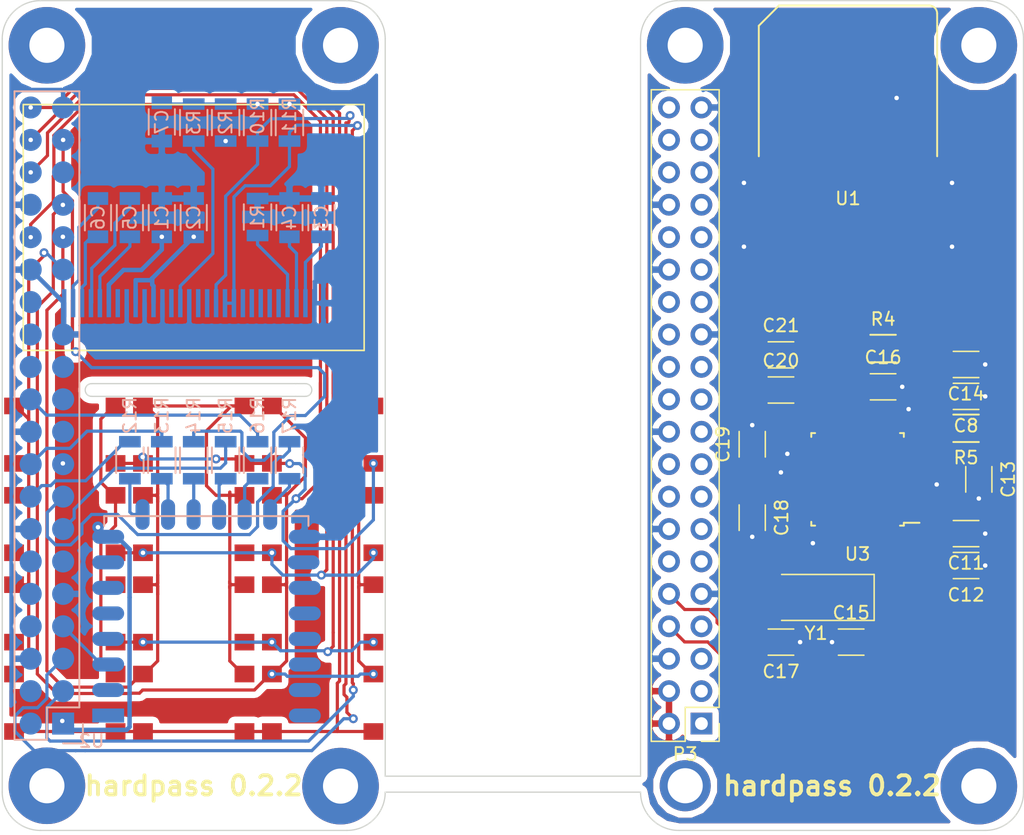
<source format=kicad_pcb>
(kicad_pcb (version 4) (host pcbnew 4.0.6-e0-6349~53~ubuntu16.04.1)
  (layers (0 F.Cu signal) (31 B.Cu signal) (34 B.Paste user) (35 F.Paste user) (36 B.SilkS user) (37 F.SilkS user) (38 B.Mask user) (39 F.Mask user) (44 Edge.Cuts user))
  (net 0 "")
  (net 1 GND)
  (net 2 +3V3)
  (net 3 "Net-(C3-Pad1)")
  (net 4 "Net-(C4-Pad1)")
  (net 5 "Net-(C5-Pad1)")
  (net 6 "Net-(C5-Pad2)")
  (net 7 "Net-(C6-Pad1)")
  (net 8 "Net-(C6-Pad2)")
  (net 9 "Net-(C7-Pad1)")
  (net 10 "Net-(P1-Pad2)")
  (net 11 OLED_SDA)
  (net 12 "Net-(P1-Pad4)")
  (net 13 OLED_SCL)
  (net 14 ESP_CHPD)
  (net 15 UART_TX)
  (net 16 UART_RX)
  (net 17 SHUTDOWN)
  (net 18 "Net-(P1-Pad12)")
  (net 19 SD_D3)
  (net 20 ESP_CLK)
  (net 21 SD_CMD)
  (net 22 SD_D0)
  (net 23 "Net-(P1-Pad19)")
  (net 24 "Net-(P1-Pad21)")
  (net 25 SD_D1)
  (net 26 "Net-(P1-Pad23)")
  (net 27 "Net-(P1-Pad24)")
  (net 28 "Net-(P1-Pad26)")
  (net 29 "Net-(P1-Pad28)")
  (net 30 COL_1)
  (net 31 COL_2)
  (net 32 ROW_1)
  (net 33 COL_3)
  (net 34 "Net-(P1-Pad35)")
  (net 35 ROW_2)
  (net 36 SD_D2)
  (net 37 ROW_3)
  (net 38 ROW_4)
  (net 39 "Net-(P2-Pad26)")
  (net 40 "Net-(P2-Pad14)")
  (net 41 "Net-(R12-Pad1)")
  (net 42 "Net-(R13-Pad1)")
  (net 43 "Net-(R14-Pad1)")
  (net 44 "Net-(R15-Pad1)")
  (net 45 "Net-(R16-Pad1)")
  (net 46 "Net-(R17-Pad1)")
  (net 47 "Net-(U2-Pad1)")
  (net 48 "Net-(U2-Pad2)")
  (net 49 "Net-(U2-Pad4)")
  (net 50 "Net-(U2-Pad5)")
  (net 51 "Net-(U2-Pad6)")
  (net 52 "Net-(U2-Pad7)")
  (net 53 "Net-(U2-Pad16)")
  (net 54 "Net-(U2-Pad17)")
  (net 55 "Net-(U2-Pad18)")
  (net 56 "Net-(U2-Pad19)")
  (net 57 "Net-(U2-Pad20)")
  (net 58 "Net-(U2-Pad21)")
  (net 59 "Net-(U2-Pad22)")
  (net 60 "Net-(P2-Pad7)")
  (net 61 "Net-(P2-Pad13)")
  (net 62 "Net-(P2-Pad16)")
  (net 63 "Net-(P2-Pad17)")
  (net 64 "Net-(P2-Pad21)")
  (net 65 "Net-(P2-Pad22)")
  (net 66 "Net-(P2-Pad23)")
  (net 67 "Net-(P2-Pad24)")
  (net 68 "Net-(P2-Pad25)")
  (net 69 "Net-(C14-Pad2)")
  (net 70 +5V)
  (net 71 "Net-(C13-Pad1)")
  (net 72 "Net-(C15-Pad2)")
  (net 73 "Net-(C16-Pad1)")
  (net 74 "Net-(C17-Pad2)")
  (net 75 "Net-(C20-Pad1)")
  (net 76 "Net-(C20-Pad2)")
  (net 77 "Net-(C21-Pad1)")
  (net 78 "Net-(C21-Pad2)")
  (net 79 "Net-(R4-Pad1)")
  (net 80 "Net-(R5-Pad1)")
  (net 81 "Net-(R5-Pad2)")
  (net 82 "Net-(U1-Pad4)")
  (net 83 "Net-(U1-Pad8)")
  (net 84 "Net-(U3-Pad2)")
  (net 85 "Net-(U3-Pad22)")
  (net 86 "Net-(U3-Pad23)")
  (net 87 "Net-(U3-Pad24)")
  (net 88 "Net-(SW14-Pad2)")
  (net 89 "Net-(U3-Pad29)")
  (net 90 "Net-(U3-Pad30)")
  (net 91 CARD_TX)
  (net 92 CARD_RX)
  (net 93 "Net-(P3-Pad1)")
  (net 94 "Net-(P3-Pad3)")
  (net 95 "Net-(P3-Pad5)")
  (net 96 "Net-(P3-Pad7)")
  (net 97 "Net-(P3-Pad11)")
  (net 98 "Net-(P3-Pad12)")
  (net 99 "Net-(P3-Pad13)")
  (net 100 "Net-(P3-Pad15)")
  (net 101 "Net-(P3-Pad16)")
  (net 102 "Net-(P3-Pad17)")
  (net 103 "Net-(P3-Pad18)")
  (net 104 "Net-(P3-Pad19)")
  (net 105 "Net-(P3-Pad21)")
  (net 106 "Net-(P3-Pad22)")
  (net 107 "Net-(P3-Pad23)")
  (net 108 "Net-(P3-Pad24)")
  (net 109 "Net-(P3-Pad26)")
  (net 110 "Net-(P3-Pad27)")
  (net 111 "Net-(P3-Pad28)")
  (net 112 "Net-(P3-Pad29)")
  (net 113 "Net-(P3-Pad31)")
  (net 114 "Net-(P3-Pad32)")
  (net 115 "Net-(P3-Pad33)")
  (net 116 "Net-(P3-Pad35)")
  (net 117 "Net-(P3-Pad36)")
  (net 118 "Net-(P3-Pad37)")
  (net 119 "Net-(P3-Pad38)")
  (net 120 "Net-(P3-Pad40)")
  (net 121 "Net-(R4-Pad2)")
  (net 122 "Net-(U1-Pad2)")
  (module Capacitors_SMD:C_1206 (layer F.Cu) (at 75.5 31 180)
    (fp_text reference C8 (at 0 -2.3 180) (layer F.SilkS))
    (fp_text value 220nF)
    (pad 1 smd rect (at -1.5 0 180) (size 1 1.6) (layers F.Cu F.Paste F.Mask) (net 1 GND))
    (pad 2 smd rect (at 1.5 0 180) (size 1 1.6) (layers F.Cu F.Paste F.Mask) (net 69 "Net-(C14-Pad2)"))
  )
  (module Capacitors_SMD:C_1206 (layer F.Cu) (at 75.5 28.5 180)
    (fp_text reference C14 (at 0 -2.3 180) (layer F.SilkS))
    (fp_text value 100pF)
    (pad 1 smd rect (at -1.5 0 180) (size 1 1.6) (layers F.Cu F.Paste F.Mask) (net 1 GND))
    (pad 2 smd rect (at 1.5 0 180) (size 1 1.6) (layers F.Cu F.Paste F.Mask) (net 69 "Net-(C14-Pad2)"))
  )
  (module hardpass:1pin_nosilk (layer F.Cu) (at 76.5 61.53)
    (fp_text reference REF** hide)
    (fp_text value 1pin)
    (pad "" np_thru_hole circle (at 0 0) (size 6 6) (drill 2.75) (layers *.Cu *.Mask))
  )
  (module hardpass:1pin_nosilk (layer F.Cu) (at 76.5 3.5)
    (fp_text reference REF** hide)
    (fp_text value 1pin)
    (pad "" np_thru_hole circle (at 0 0) (size 6 6) (drill 2.75) (layers *.Cu *.Mask))
  )
  (module hardpass:1pin_nosilk (layer F.Cu) (at 53.5 3.5)
    (fp_text reference REF** hide)
    (fp_text value 1pin)
    (pad "" np_thru_hole circle (at 0 0) (size 6 6) (drill 2.75) (layers *.Cu *.Mask))
  )
  (module hardpass:1pin_nosilk (layer F.Cu) (at 53.5 61.5)
    (fp_text reference REF** hide)
    (fp_text value 1pin)
    (pad "" np_thru_hole circle (at 0 0) (size 4 4) (drill 2.75) (layers *.Cu *.Mask))
  )
  (module hardpass:1pin_nosilk (layer F.Cu) (at 26.5 61.53)
    (fp_text reference REF** hide)
    (fp_text value 1pin)
    (pad "" np_thru_hole circle (at 0 0) (size 6 6) (drill 2.75) (layers *.Cu *.Mask))
  )
  (module hardpass:1pin_nosilk (layer F.Cu) (at 3.5 61.5)
    (fp_text reference REF** hide)
    (fp_text value 1pin)
    (pad "" np_thru_hole circle (at 0 0) (size 6 6) (drill 2.75) (layers *.Cu *.Mask))
  )
  (module hardpass:1pin_nosilk (layer F.Cu) (at 26.5 3.5)
    (fp_text reference REF** hide)
    (fp_text value 1pin)
    (pad "" np_thru_hole circle (at 0 0) (size 6 6) (drill 2.75) (layers *.Cu *.Mask))
  )
  (module adafruit-oled:UG-2864HSWEG01_0.96IN_WRAPAROUND (layer F.Cu) (at 15 22.5)
    (fp_text reference P2 hide)
    (fp_text value OLED_I2C hide)
    (pad 1 smd rect (at -10.15 1.2 90) (size 2.2 0.35) (layers B.Cu B.Paste B.Mask) (net 1 GND))
    (pad 2 smd rect (at -9.45 1.2 90) (size 2.2 0.35) (layers B.Cu B.Paste B.Mask) (net 7 "Net-(C6-Pad1)"))
    (pad 3 smd rect (at -8.75 1.2 90) (size 2.2 0.35) (layers B.Cu B.Paste B.Mask) (net 8 "Net-(C6-Pad2)"))
    (pad 4 smd rect (at -8.05 1.2 90) (size 2.2 0.35) (layers B.Cu B.Paste B.Mask) (net 5 "Net-(C5-Pad1)"))
    (pad 5 smd rect (at -7.35 1.2 90) (size 2.2 0.35) (layers B.Cu B.Paste B.Mask) (net 6 "Net-(C5-Pad2)"))
    (pad 6 smd rect (at -6.65 1.2 90) (size 2.2 0.35) (layers B.Cu B.Paste B.Mask) (net 2 +3V3))
    (pad 7 smd rect (at -5.95 1.2 90) (size 2.2 0.35) (layers B.Cu B.Paste B.Mask) (net 60 "Net-(P2-Pad7)"))
    (pad 8 smd rect (at -5.25 1.2 90) (size 2.2 0.35) (layers B.Cu B.Paste B.Mask) (net 1 GND))
    (pad 9 smd rect (at -4.55 1.2 90) (size 2.2 0.35) (layers B.Cu B.Paste B.Mask) (net 2 +3V3))
    (pad 10 smd rect (at -3.85 1.2 90) (size 2.2 0.35) (layers B.Cu B.Paste B.Mask) (net 1 GND))
    (pad 11 smd rect (at -3.15 1.2 90) (size 2.2 0.35) (layers B.Cu B.Paste B.Mask) (net 2 +3V3))
    (pad 12 smd rect (at -2.45 1.2 90) (size 2.2 0.35) (layers B.Cu B.Paste B.Mask) (net 1 GND))
    (pad 13 smd rect (at -1.75 1.2 90) (size 2.2 0.35) (layers B.Cu B.Paste B.Mask) (net 61 "Net-(P2-Pad13)"))
    (pad 14 smd rect (at -1.05 1.2 90) (size 2.2 0.35) (layers B.Cu B.Paste B.Mask) (net 40 "Net-(P2-Pad14)"))
    (pad 15 smd rect (at -0.35 1.2 90) (size 2.2 0.35) (layers B.Cu B.Paste B.Mask) (net 1 GND))
    (pad 16 smd rect (at 0.35 1.2 90) (size 2.2 0.35) (layers B.Cu B.Paste B.Mask) (net 62 "Net-(P2-Pad16)"))
    (pad 17 smd rect (at 1.05 1.2 90) (size 2.2 0.35) (layers B.Cu B.Paste B.Mask) (net 63 "Net-(P2-Pad17)"))
    (pad 18 smd rect (at 1.75 1.2 90) (size 2.2 0.35) (layers B.Cu B.Paste B.Mask) (net 13 OLED_SCL))
    (pad 19 smd rect (at 2.45 1.2 90) (size 2.2 0.35) (layers B.Cu B.Paste B.Mask) (net 11 OLED_SDA))
    (pad 20 smd rect (at 3.15 1.2 90) (size 2.2 0.35) (layers B.Cu B.Paste B.Mask) (net 11 OLED_SDA))
    (pad 21 smd rect (at 3.85 1.2 90) (size 2.2 0.35) (layers B.Cu B.Paste B.Mask) (net 64 "Net-(P2-Pad21)"))
    (pad 22 smd rect (at 4.55 1.2 90) (size 2.2 0.35) (layers B.Cu B.Paste B.Mask) (net 65 "Net-(P2-Pad22)"))
    (pad 23 smd rect (at 5.25 1.2 90) (size 2.2 0.35) (layers B.Cu B.Paste B.Mask) (net 66 "Net-(P2-Pad23)"))
    (pad 24 smd rect (at 5.95 1.2 90) (size 2.2 0.35) (layers B.Cu B.Paste B.Mask) (net 67 "Net-(P2-Pad24)"))
    (pad 25 smd rect (at 6.65 1.2 90) (size 2.2 0.35) (layers B.Cu B.Paste B.Mask) (net 68 "Net-(P2-Pad25)"))
    (pad 26 smd rect (at 7.35 1.2 90) (size 2.2 0.35) (layers B.Cu B.Paste B.Mask) (net 39 "Net-(P2-Pad26)"))
    (pad 27 smd rect (at 8.05 1.2 90) (size 2.2 0.35) (layers B.Cu B.Paste B.Mask) (net 4 "Net-(C4-Pad1)"))
    (pad 28 smd rect (at 8.75 1.2 90) (size 2.2 0.35) (layers B.Cu B.Paste B.Mask) (net 3 "Net-(C3-Pad1)"))
    (pad 29 smd rect (at 9.45 1.2 90) (size 2.2 0.35) (layers B.Cu B.Paste B.Mask) (net 1 GND))
    (pad 30 smd rect (at 10.15 1.2 90) (size 2.2 0.35) (layers B.Cu B.Paste B.Mask) (net 1 GND))
  )
  (module hardpass:1pin_nosilk (layer F.Cu) (at 3.5 3.5)
    (fp_text reference REF** hide)
    (fp_text value 1pin)
    (pad "" np_thru_hole circle (at 0 0) (size 6 6) (drill 2.75) (layers *.Cu *.Mask))
  )
  (module Capacitors_SMD:C_1206 (layer B.Cu) (at 12.5 17 270)
    (fp_text reference C1 (at 0 0 270) (layer B.SilkS) (effects (justify mirror)))
    (fp_text value 1µF)
    (pad 1 smd rect (at -1.5 0 270) (size 1 1.6) (layers B.Cu B.Paste B.Mask) (net 1 GND))
    (pad 2 smd rect (at 1.5 0 270) (size 1 1.6) (layers B.Cu B.Paste B.Mask) (net 2 +3V3))
  )
  (module Capacitors_SMD:C_1206 (layer B.Cu) (at 15 17 270)
    (fp_text reference C2 (at 0 0 270) (layer B.SilkS) (effects (justify mirror)))
    (fp_text value 1µF)
    (pad 1 smd rect (at -1.5 0 270) (size 1 1.6) (layers B.Cu B.Paste B.Mask) (net 1 GND))
    (pad 2 smd rect (at 1.5 0 270) (size 1 1.6) (layers B.Cu B.Paste B.Mask) (net 2 +3V3))
  )
  (module Capacitors_SMD:C_1206 (layer B.Cu) (at 25 17 90)
    (fp_text reference C3 (at 0 0 90) (layer B.SilkS) (effects (justify mirror)))
    (fp_text value 2.2µF)
    (pad 1 smd rect (at -1.5 0 90) (size 1 1.6) (layers B.Cu B.Paste B.Mask) (net 3 "Net-(C3-Pad1)"))
    (pad 2 smd rect (at 1.5 0 90) (size 1 1.6) (layers B.Cu B.Paste B.Mask) (net 1 GND))
  )
  (module Capacitors_SMD:C_1206 (layer B.Cu) (at 22.5 17 90)
    (fp_text reference C4 (at 0 0 90) (layer B.SilkS) (effects (justify mirror)))
    (fp_text value 4.7µF)
    (pad 1 smd rect (at -1.5 0 90) (size 1 1.6) (layers B.Cu B.Paste B.Mask) (net 4 "Net-(C4-Pad1)"))
    (pad 2 smd rect (at 1.5 0 90) (size 1 1.6) (layers B.Cu B.Paste B.Mask) (net 1 GND))
  )
  (module Capacitors_SMD:C_1206 (layer B.Cu) (at 10 17 270)
    (fp_text reference C5 (at 0 0 270) (layer B.SilkS) (effects (justify mirror)))
    (fp_text value 1µF)
    (pad 1 smd rect (at -1.5 0 270) (size 1 1.6) (layers B.Cu B.Paste B.Mask) (net 5 "Net-(C5-Pad1)"))
    (pad 2 smd rect (at 1.5 0 270) (size 1 1.6) (layers B.Cu B.Paste B.Mask) (net 6 "Net-(C5-Pad2)"))
  )
  (module Capacitors_SMD:C_1206 (layer B.Cu) (at 7.5 17 270)
    (fp_text reference C6 (at 0 0 270) (layer B.SilkS) (effects (justify mirror)))
    (fp_text value 1µF)
    (pad 1 smd rect (at -1.5 0 270) (size 1 1.6) (layers B.Cu B.Paste B.Mask) (net 7 "Net-(C6-Pad1)"))
    (pad 2 smd rect (at 1.5 0 270) (size 1 1.6) (layers B.Cu B.Paste B.Mask) (net 8 "Net-(C6-Pad2)"))
  )
  (module Capacitors_SMD:C_1206 (layer B.Cu) (at 12.5 9.5 270)
    (fp_text reference C7 (at 0 0 270) (layer B.SilkS) (effects (justify mirror)))
    (fp_text value 0.1µF)
    (pad 1 smd rect (at -1.5 0 270) (size 1 1.6) (layers B.Cu B.Paste B.Mask) (net 9 "Net-(C7-Pad1)"))
    (pad 2 smd rect (at 1.5 0 270) (size 1 1.6) (layers B.Cu B.Paste B.Mask) (net 1 GND))
  )
  (module Resistors_SMD:R_1206 (layer B.Cu) (at 20 16.95 90)
    (fp_text reference R1 (at 0 0 90) (layer B.SilkS) (effects (justify mirror)))
    (fp_text value 390k)
    (pad 1 smd rect (at -1.45 0 90) (size 0.9 1.7) (layers B.Cu B.Paste B.Mask) (net 39 "Net-(P2-Pad26)"))
    (pad 2 smd rect (at 1.45 0 90) (size 0.9 1.7) (layers B.Cu B.Paste B.Mask) (net 1 GND))
  )
  (module Resistors_SMD:R_1206 (layer B.Cu) (at 17.5 9.55 270)
    (fp_text reference R2 (at 0 0 270) (layer B.SilkS) (effects (justify mirror)))
    (fp_text value 100k)
    (pad 1 smd rect (at -1.45 0 270) (size 0.9 1.7) (layers B.Cu B.Paste B.Mask) (net 9 "Net-(C7-Pad1)"))
    (pad 2 smd rect (at 1.45 0 270) (size 0.9 1.7) (layers B.Cu B.Paste B.Mask) (net 2 +3V3))
  )
  (module Resistors_SMD:R_1206 (layer B.Cu) (at 15 9.55 90)
    (fp_text reference R3 (at 0 0 90) (layer B.SilkS) (effects (justify mirror)))
    (fp_text value 100k)
    (pad 1 smd rect (at -1.45 0 90) (size 0.9 1.7) (layers B.Cu B.Paste B.Mask) (net 40 "Net-(P2-Pad14)"))
    (pad 2 smd rect (at 1.45 0 90) (size 0.9 1.7) (layers B.Cu B.Paste B.Mask) (net 9 "Net-(C7-Pad1)"))
  )
  (module Resistors_SMD:R_1206 (layer B.Cu) (at 20 9.55 90)
    (fp_text reference R10 (at 0.5 0 90) (layer B.SilkS) (effects (justify mirror)))
    (fp_text value 10k)
    (pad 1 smd rect (at -1.45 0 90) (size 0.9 1.7) (layers B.Cu B.Paste B.Mask) (net 13 OLED_SCL))
    (pad 2 smd rect (at 1.45 0 90) (size 0.9 1.7) (layers B.Cu B.Paste B.Mask) (net 2 +3V3))
  )
  (module Resistors_SMD:R_1206 (layer B.Cu) (at 22.5 9.55 90)
    (fp_text reference R11 (at 0.5 0 90) (layer B.SilkS) (effects (justify mirror)))
    (fp_text value 10k)
    (pad 1 smd rect (at -1.45 0 90) (size 0.9 1.7) (layers B.Cu B.Paste B.Mask) (net 11 OLED_SDA))
    (pad 2 smd rect (at 1.45 0 90) (size 0.9 1.7) (layers B.Cu B.Paste B.Mask) (net 2 +3V3))
  )
  (module Resistors_SMD:R_1206 (layer B.Cu) (at 10 36 90)
    (fp_text reference R12 (at 3.5 0 90) (layer B.SilkS) (effects (justify mirror)))
    (fp_text value 33)
    (pad 1 smd rect (at -1.45 0 90) (size 0.9 1.7) (layers B.Cu B.Paste B.Mask) (net 41 "Net-(R12-Pad1)"))
    (pad 2 smd rect (at 1.45 0 90) (size 0.9 1.7) (layers B.Cu B.Paste B.Mask) (net 21 SD_CMD))
  )
  (module Resistors_SMD:R_1206 (layer B.Cu) (at 12.5 36 90)
    (fp_text reference R13 (at 3.5 0 90) (layer B.SilkS) (effects (justify mirror)))
    (fp_text value 33)
    (pad 1 smd rect (at -1.45 0 90) (size 0.9 1.7) (layers B.Cu B.Paste B.Mask) (net 42 "Net-(R13-Pad1)"))
    (pad 2 smd rect (at 1.45 0 90) (size 0.9 1.7) (layers B.Cu B.Paste B.Mask) (net 22 SD_D0))
  )
  (module Resistors_SMD:R_1206 (layer B.Cu) (at 15 36 90)
    (fp_text reference R14 (at 3.5 0 90) (layer B.SilkS) (effects (justify mirror)))
    (fp_text value 33)
    (pad 1 smd rect (at -1.45 0 90) (size 0.9 1.7) (layers B.Cu B.Paste B.Mask) (net 43 "Net-(R14-Pad1)"))
    (pad 2 smd rect (at 1.45 0 90) (size 0.9 1.7) (layers B.Cu B.Paste B.Mask) (net 36 SD_D2))
  )
  (module Resistors_SMD:R_1206 (layer B.Cu) (at 17.5 36 90)
    (fp_text reference R15 (at 3.5 0 90) (layer B.SilkS) (effects (justify mirror)))
    (fp_text value 33)
    (pad 1 smd rect (at -1.45 0 90) (size 0.9 1.7) (layers B.Cu B.Paste B.Mask) (net 44 "Net-(R15-Pad1)"))
    (pad 2 smd rect (at 1.45 0 90) (size 0.9 1.7) (layers B.Cu B.Paste B.Mask) (net 19 SD_D3))
  )
  (module Resistors_SMD:R_1206 (layer B.Cu) (at 20 36 90)
    (fp_text reference R16 (at 3.5 0 90) (layer B.SilkS) (effects (justify mirror)))
    (fp_text value 33)
    (pad 1 smd rect (at -1.45 0 90) (size 0.9 1.7) (layers B.Cu B.Paste B.Mask) (net 45 "Net-(R16-Pad1)"))
    (pad 2 smd rect (at 1.45 0 90) (size 0.9 1.7) (layers B.Cu B.Paste B.Mask) (net 25 SD_D1))
  )
  (module Resistors_SMD:R_1206 (layer B.Cu) (at 22.5 36 90)
    (fp_text reference R17 (at 3.5 0 90) (layer B.SilkS) (effects (justify mirror)))
    (fp_text value 33)
    (pad 1 smd rect (at -1.45 0 90) (size 0.9 1.7) (layers B.Cu B.Paste B.Mask) (net 46 "Net-(R17-Pad1)"))
    (pad 2 smd rect (at 1.45 0 90) (size 0.9 1.7) (layers B.Cu B.Paste B.Mask) (net 20 ESP_CLK))
  )
  (module hardpass:ESP-12E_smd (layer B.Cu) (at 9 56)
    (fp_text reference U2 (at -2 2) (layer B.SilkS) (effects (justify mirror)))
    (fp_text value ESP-12E)
    (pad 1 smd rect (at 0 0) (size 2.5 1.1) (drill (offset -0.7 0)) (layers B.Cu B.Paste B.Mask) (net 47 "Net-(U2-Pad1)"))
    (pad 2 smd oval (at 0 -2) (size 2.5 1.1) (drill (offset -0.7 0)) (layers B.Cu B.Paste B.Mask) (net 48 "Net-(U2-Pad2)"))
    (pad 3 smd oval (at 0 -4) (size 2.5 1.1) (drill (offset -0.7 0)) (layers B.Cu B.Paste B.Mask) (net 14 ESP_CHPD))
    (pad 4 smd oval (at 0 -6) (size 2.5 1.1) (drill (offset -0.7 0)) (layers B.Cu B.Paste B.Mask) (net 49 "Net-(U2-Pad4)"))
    (pad 5 smd oval (at 0 -8) (size 2.5 1.1) (drill (offset -0.7 0)) (layers B.Cu B.Paste B.Mask) (net 50 "Net-(U2-Pad5)"))
    (pad 6 smd oval (at 0 -10) (size 2.5 1.1) (drill (offset -0.7 0)) (layers B.Cu B.Paste B.Mask) (net 51 "Net-(U2-Pad6)"))
    (pad 7 smd oval (at 0 -12) (size 2.5 1.1) (drill (offset -0.7 0)) (layers B.Cu B.Paste B.Mask) (net 52 "Net-(U2-Pad7)"))
    (pad 8 smd oval (at 0 -14) (size 2.5 1.1) (drill (offset -0.7 0)) (layers B.Cu B.Paste B.Mask) (net 2 +3V3))
    (pad 9 smd oval (at 1.99 -15.75 270) (size 2.4 1.1) (layers B.Cu B.Paste B.Mask) (net 41 "Net-(R12-Pad1)"))
    (pad 10 smd oval (at 3.99 -15.75 270) (size 2.4 1.1) (layers B.Cu B.Paste B.Mask) (net 42 "Net-(R13-Pad1)"))
    (pad 11 smd oval (at 5.99 -15.75 270) (size 2.4 1.1) (layers B.Cu B.Paste B.Mask) (net 43 "Net-(R14-Pad1)"))
    (pad 12 smd oval (at 7.99 -15.75 270) (size 2.4 1.1) (layers B.Cu B.Paste B.Mask) (net 44 "Net-(R15-Pad1)"))
    (pad 13 smd oval (at 9.99 -15.75 270) (size 2.4 1.1) (layers B.Cu B.Paste B.Mask) (net 45 "Net-(R16-Pad1)"))
    (pad 14 smd oval (at 11.99 -15.75 270) (size 2.4 1.1) (layers B.Cu B.Paste B.Mask) (net 46 "Net-(R17-Pad1)"))
    (pad 15 smd oval (at 14 -14) (size 2.5 1.1) (drill (offset 0.7 0)) (layers B.Cu B.Paste B.Mask) (net 1 GND))
    (pad 16 smd oval (at 14 -12) (size 2.5 1.1) (drill (offset 0.6 0)) (layers B.Cu B.Paste B.Mask) (net 53 "Net-(U2-Pad16)"))
    (pad 17 smd oval (at 14 -10) (size 2.5 1.1) (drill (offset 0.7 0)) (layers B.Cu B.Paste B.Mask) (net 54 "Net-(U2-Pad17)"))
    (pad 18 smd oval (at 14 -8) (size 2.5 1.1) (drill (offset 0.7 0)) (layers B.Cu B.Paste B.Mask) (net 55 "Net-(U2-Pad18)"))
    (pad 19 smd oval (at 14 -6) (size 2.5 1.1) (drill (offset 0.7 0)) (layers B.Cu B.Paste B.Mask) (net 56 "Net-(U2-Pad19)"))
    (pad 20 smd oval (at 14 -4) (size 2.5 1.1) (drill (offset 0.7 0)) (layers B.Cu B.Paste B.Mask) (net 57 "Net-(U2-Pad20)"))
    (pad 21 smd oval (at 14 -2) (size 2.5 1.1) (drill (offset 0.7 0)) (layers B.Cu B.Paste B.Mask) (net 58 "Net-(U2-Pad21)"))
    (pad 22 smd oval (at 14 0) (size 2.5 1.1) (drill (offset 0.7 0)) (layers B.Cu B.Paste B.Mask) (net 59 "Net-(U2-Pad22)"))
  )
  (module hardpass:SW_SPST_PTS645_nosilk (layer F.Cu) (at 25.1 55)
    (fp_text reference SW12 hide)
    (fp_text value OK/DN)
    (pad 2 smd rect (at -3.975 2.25) (size 1.55 1.3) (layers F.Cu F.Paste F.Mask) (net 38 ROW_4))
    (pad 1 smd rect (at -3.975 -2.25) (size 1.55 1.3) (layers F.Cu F.Paste F.Mask) (net 33 COL_3))
    (pad 1 smd rect (at 3.975 -2.25) (size 1.55 1.3) (layers F.Cu F.Paste F.Mask) (net 33 COL_3))
    (pad 2 smd rect (at 3.975 2.25) (size 1.55 1.3) (layers F.Cu F.Paste F.Mask) (net 38 ROW_4))
  )
  (module hardpass:SW_SPST_PTS645_nosilk (layer F.Cu) (at 15 55)
    (fp_text reference SW11 hide)
    (fp_text value 0/OK)
    (pad 2 smd rect (at -3.975 2.25) (size 1.55 1.3) (layers F.Cu F.Paste F.Mask) (net 38 ROW_4))
    (pad 1 smd rect (at -3.975 -2.25) (size 1.55 1.3) (layers F.Cu F.Paste F.Mask) (net 31 COL_2))
    (pad 1 smd rect (at 3.975 -2.25) (size 1.55 1.3) (layers F.Cu F.Paste F.Mask) (net 31 COL_2))
    (pad 2 smd rect (at 3.975 2.25) (size 1.55 1.3) (layers F.Cu F.Paste F.Mask) (net 38 ROW_4))
  )
  (module hardpass:SW_SPST_PTS645_nosilk (layer F.Cu) (at 4.9 55)
    (fp_text reference SW10 hide)
    (fp_text value C/UP)
    (pad 2 smd rect (at -3.975 2.25) (size 1.55 1.3) (layers F.Cu F.Paste F.Mask) (net 38 ROW_4))
    (pad 1 smd rect (at -3.975 -2.25) (size 1.55 1.3) (layers F.Cu F.Paste F.Mask) (net 30 COL_1))
    (pad 1 smd rect (at 3.975 -2.25) (size 1.55 1.3) (layers F.Cu F.Paste F.Mask) (net 30 COL_1))
    (pad 2 smd rect (at 3.975 2.25) (size 1.55 1.3) (layers F.Cu F.Paste F.Mask) (net 38 ROW_4))
  )
  (module hardpass:SW_SPST_PTS645_nosilk (layer F.Cu) (at 25.1 48)
    (fp_text reference SW9 hide)
    (fp_text value 9)
    (pad 2 smd rect (at -3.975 2.25) (size 1.55 1.3) (layers F.Cu F.Paste F.Mask) (net 37 ROW_3))
    (pad 1 smd rect (at -3.975 -2.25) (size 1.55 1.3) (layers F.Cu F.Paste F.Mask) (net 33 COL_3))
    (pad 1 smd rect (at 3.975 -2.25) (size 1.55 1.3) (layers F.Cu F.Paste F.Mask) (net 33 COL_3))
    (pad 2 smd rect (at 3.975 2.25) (size 1.55 1.3) (layers F.Cu F.Paste F.Mask) (net 37 ROW_3))
  )
  (module hardpass:SW_SPST_PTS645_nosilk (layer F.Cu) (at 15 48)
    (fp_text reference SW8 hide)
    (fp_text value 8)
    (pad 2 smd rect (at -3.975 2.25) (size 1.55 1.3) (layers F.Cu F.Paste F.Mask) (net 37 ROW_3))
    (pad 1 smd rect (at -3.975 -2.25) (size 1.55 1.3) (layers F.Cu F.Paste F.Mask) (net 31 COL_2))
    (pad 1 smd rect (at 3.975 -2.25) (size 1.55 1.3) (layers F.Cu F.Paste F.Mask) (net 31 COL_2))
    (pad 2 smd rect (at 3.975 2.25) (size 1.55 1.3) (layers F.Cu F.Paste F.Mask) (net 37 ROW_3))
  )
  (module hardpass:SW_SPST_PTS645_nosilk (layer F.Cu) (at 4.9 48)
    (fp_text reference SW7 hide)
    (fp_text value 7)
    (pad 2 smd rect (at -3.975 2.25) (size 1.55 1.3) (layers F.Cu F.Paste F.Mask) (net 37 ROW_3))
    (pad 1 smd rect (at -3.975 -2.25) (size 1.55 1.3) (layers F.Cu F.Paste F.Mask) (net 30 COL_1))
    (pad 1 smd rect (at 3.975 -2.25) (size 1.55 1.3) (layers F.Cu F.Paste F.Mask) (net 30 COL_1))
    (pad 2 smd rect (at 3.975 2.25) (size 1.55 1.3) (layers F.Cu F.Paste F.Mask) (net 37 ROW_3))
  )
  (module hardpass:SW_SPST_PTS645_nosilk (layer F.Cu) (at 25.1 41)
    (fp_text reference SW6 hide)
    (fp_text value 6)
    (pad 2 smd rect (at -3.975 2.25) (size 1.55 1.3) (layers F.Cu F.Paste F.Mask) (net 35 ROW_2))
    (pad 1 smd rect (at -3.975 -2.25) (size 1.55 1.3) (layers F.Cu F.Paste F.Mask) (net 33 COL_3))
    (pad 1 smd rect (at 3.975 -2.25) (size 1.55 1.3) (layers F.Cu F.Paste F.Mask) (net 33 COL_3))
    (pad 2 smd rect (at 3.975 2.25) (size 1.55 1.3) (layers F.Cu F.Paste F.Mask) (net 35 ROW_2))
  )
  (module hardpass:SW_SPST_PTS645_nosilk (layer F.Cu) (at 15 41)
    (fp_text reference SW5 hide)
    (fp_text value 5)
    (pad 2 smd rect (at -3.975 2.25) (size 1.55 1.3) (layers F.Cu F.Paste F.Mask) (net 35 ROW_2))
    (pad 1 smd rect (at -3.975 -2.25) (size 1.55 1.3) (layers F.Cu F.Paste F.Mask) (net 31 COL_2))
    (pad 1 smd rect (at 3.975 -2.25) (size 1.55 1.3) (layers F.Cu F.Paste F.Mask) (net 31 COL_2))
    (pad 2 smd rect (at 3.975 2.25) (size 1.55 1.3) (layers F.Cu F.Paste F.Mask) (net 35 ROW_2))
  )
  (module hardpass:SW_SPST_PTS645_nosilk (layer F.Cu) (at 4.9 41)
    (fp_text reference SW4 hide)
    (fp_text value 4)
    (pad 2 smd rect (at -3.975 2.25) (size 1.55 1.3) (layers F.Cu F.Paste F.Mask) (net 35 ROW_2))
    (pad 1 smd rect (at -3.975 -2.25) (size 1.55 1.3) (layers F.Cu F.Paste F.Mask) (net 30 COL_1))
    (pad 1 smd rect (at 3.975 -2.25) (size 1.55 1.3) (layers F.Cu F.Paste F.Mask) (net 30 COL_1))
    (pad 2 smd rect (at 3.975 2.25) (size 1.55 1.3) (layers F.Cu F.Paste F.Mask) (net 35 ROW_2))
  )
  (module hardpass:SW_SPST_PTS645_nosilk (layer F.Cu) (at 25.1 34)
    (fp_text reference SW3 hide)
    (fp_text value 3)
    (pad 2 smd rect (at -3.975 2.25) (size 1.55 1.3) (layers F.Cu F.Paste F.Mask) (net 32 ROW_1))
    (pad 1 smd rect (at -3.975 -2.25) (size 1.55 1.3) (layers F.Cu F.Paste F.Mask) (net 33 COL_3))
    (pad 1 smd rect (at 3.975 -2.25) (size 1.55 1.3) (layers F.Cu F.Paste F.Mask) (net 33 COL_3))
    (pad 2 smd rect (at 3.975 2.25) (size 1.55 1.3) (layers F.Cu F.Paste F.Mask) (net 32 ROW_1))
  )
  (module hardpass:SW_SPST_PTS645_nosilk (layer F.Cu) (at 15 34)
    (fp_text reference SW2 hide)
    (fp_text value 2)
    (pad 2 smd rect (at -3.975 2.25) (size 1.55 1.3) (layers F.Cu F.Paste F.Mask) (net 32 ROW_1))
    (pad 1 smd rect (at -3.975 -2.25) (size 1.55 1.3) (layers F.Cu F.Paste F.Mask) (net 31 COL_2))
    (pad 1 smd rect (at 3.975 -2.25) (size 1.55 1.3) (layers F.Cu F.Paste F.Mask) (net 31 COL_2))
    (pad 2 smd rect (at 3.975 2.25) (size 1.55 1.3) (layers F.Cu F.Paste F.Mask) (net 32 ROW_1))
  )
  (module hardpass:SW_SPST_PTS645_nosilk (layer F.Cu) (at 4.9 34)
    (fp_text reference SW1 hide)
    (fp_text value 1)
    (pad 2 smd rect (at -3.975 2.25) (size 1.55 1.3) (layers F.Cu F.Paste F.Mask) (net 32 ROW_1))
    (pad 1 smd rect (at -3.975 -2.25) (size 1.55 1.3) (layers F.Cu F.Paste F.Mask) (net 30 COL_1))
    (pad 1 smd rect (at 3.975 -2.25) (size 1.55 1.3) (layers F.Cu F.Paste F.Mask) (net 30 COL_1))
    (pad 2 smd rect (at 3.975 2.25) (size 1.55 1.3) (layers F.Cu F.Paste F.Mask) (net 32 ROW_1))
  )
  (module hardpass:Pin_Header_Mirrored-NoHoles_centered_2x20 (layer B.Cu) (at 3.5 32.5)
    (fp_text reference P1 hide)
    (fp_text value Pi_Zero hide)
    (pad 1 smd rect (at 1.2697 24.13 180) (size 1.7272 1.7272) (layers B.Cu B.Paste B.Mask) (net 2 +3V3))
    (pad 2 smd oval (at -1.2703 24.13 180) (size 1.7272 1.7272) (layers B.Cu B.Paste B.Mask) (net 10 "Net-(P1-Pad2)"))
    (pad 3 smd oval (at 1.2697 21.59 180) (size 1.7272 1.7272) (layers B.Cu B.Paste B.Mask) (net 11 OLED_SDA))
    (pad 4 smd oval (at -1.2703 21.59 180) (size 1.7272 1.7272) (layers B.Cu B.Paste B.Mask) (net 12 "Net-(P1-Pad4)"))
    (pad 5 smd oval (at 1.2697 19.05 180) (size 1.7272 1.7272) (layers B.Cu B.Paste B.Mask) (net 13 OLED_SCL))
    (pad 6 smd oval (at -1.2703 19.05 180) (size 1.7272 1.7272) (layers B.Cu B.Paste B.Mask) (net 1 GND))
    (pad 7 smd oval (at 1.2697 16.51 180) (size 1.7272 1.7272) (layers B.Cu B.Paste B.Mask) (net 14 ESP_CHPD))
    (pad 8 smd oval (at -1.2703 16.51 180) (size 1.7272 1.7272) (layers B.Cu B.Paste B.Mask) (net 15 UART_TX))
    (pad 9 smd oval (at 1.2697 13.97 180) (size 1.7272 1.7272) (layers B.Cu B.Paste B.Mask) (net 1 GND))
    (pad 10 smd oval (at -1.2703 13.97 180) (size 1.7272 1.7272) (layers B.Cu B.Paste B.Mask) (net 16 UART_RX))
    (pad 11 smd oval (at 1.2697 11.43 180) (size 1.7272 1.7272) (layers B.Cu B.Paste B.Mask) (net 17 SHUTDOWN))
    (pad 12 smd oval (at -1.2703 11.43 180) (size 1.7272 1.7272) (layers B.Cu B.Paste B.Mask) (net 18 "Net-(P1-Pad12)"))
    (pad 13 smd oval (at 1.2697 8.89 180) (size 1.7272 1.7272) (layers B.Cu B.Paste B.Mask) (net 19 SD_D3))
    (pad 14 smd oval (at -1.2703 8.89 180) (size 1.7272 1.7272) (layers B.Cu B.Paste B.Mask) (net 1 GND))
    (pad 15 smd oval (at 1.2697 6.35 180) (size 1.7272 1.7272) (layers B.Cu B.Paste B.Mask) (net 20 ESP_CLK))
    (pad 16 smd oval (at -1.2703 6.35 180) (size 1.7272 1.7272) (layers B.Cu B.Paste B.Mask) (net 21 SD_CMD))
    (pad 17 smd oval (at 1.2697 3.81 180) (size 1.7272 1.7272) (layers B.Cu B.Paste B.Mask) (net 2 +3V3))
    (pad 18 smd oval (at -1.2703 3.81 180) (size 1.7272 1.7272) (layers B.Cu B.Paste B.Mask) (net 22 SD_D0))
    (pad 19 smd oval (at 1.2697 1.27 180) (size 1.7272 1.7272) (layers B.Cu B.Paste B.Mask) (net 23 "Net-(P1-Pad19)"))
    (pad 20 smd oval (at -1.2703 1.27 180) (size 1.7272 1.7272) (layers B.Cu B.Paste B.Mask) (net 1 GND))
    (pad 21 smd oval (at 1.2697 -1.27 180) (size 1.7272 1.7272) (layers B.Cu B.Paste B.Mask) (net 24 "Net-(P1-Pad21)"))
    (pad 22 smd oval (at -1.2703 -1.27 180) (size 1.7272 1.7272) (layers B.Cu B.Paste B.Mask) (net 25 SD_D1))
    (pad 23 smd oval (at 1.2697 -3.81 180) (size 1.7272 1.7272) (layers B.Cu B.Paste B.Mask) (net 26 "Net-(P1-Pad23)"))
    (pad 24 smd oval (at -1.2703 -3.81 180) (size 1.7272 1.7272) (layers B.Cu B.Paste B.Mask) (net 27 "Net-(P1-Pad24)"))
    (pad 26 smd oval (at -1.2703 -6.35 180) (size 1.7272 1.7272) (layers B.Cu B.Paste B.Mask) (net 28 "Net-(P1-Pad26)"))
    (pad 28 smd oval (at -1.2703 -8.89 180) (size 1.7272 1.7272) (layers B.Cu B.Paste B.Mask) (net 29 "Net-(P1-Pad28)"))
    (pad 29 smd oval (at 1.2697 -11.43 180) (size 1.7272 1.7272) (layers B.Cu B.Paste B.Mask) (net 30 COL_1))
    (pad 30 smd oval (at -1.2703 -11.43 180) (size 1.7272 1.7272) (layers B.Cu B.Paste B.Mask) (net 1 GND))
    (pad 31 smd oval (at 1.2697 -13.97 180) (size 1.7272 1.7272) (layers B.Cu B.Paste B.Mask) (net 31 COL_2))
    (pad 32 smd oval (at -1.2703 -13.97 180) (size 1.7272 1.7272) (layers B.Cu B.Paste B.Mask) (net 32 ROW_1))
    (pad 33 smd oval (at 1.2697 -16.51 180) (size 1.7272 1.7272) (layers B.Cu B.Paste B.Mask) (net 33 COL_3))
    (pad 34 smd oval (at -1.2703 -16.51 180) (size 1.7272 1.7272) (layers B.Cu B.Paste B.Mask) (net 1 GND))
    (pad 35 smd oval (at 1.2697 -19.05 180) (size 1.7272 1.7272) (layers B.Cu B.Paste B.Mask) (net 34 "Net-(P1-Pad35)"))
    (pad 36 smd oval (at -1.2703 -19.05 180) (size 1.7272 1.7272) (layers B.Cu B.Paste B.Mask) (net 35 ROW_2))
    (pad 37 smd oval (at 1.2697 -21.59 180) (size 1.7272 1.7272) (layers B.Cu B.Paste B.Mask) (net 36 SD_D2))
    (pad 38 smd oval (at -1.2703 -21.59 180) (size 1.7272 1.7272) (layers B.Cu B.Paste B.Mask) (net 37 ROW_3))
    (pad 39 smd oval (at 1.2697 -24.13 180) (size 1.7272 1.7272) (layers B.Cu B.Paste B.Mask) (net 1 GND))
    (pad 40 smd oval (at -1.2703 -24.13 180) (size 1.7272 1.7272) (layers B.Cu B.Paste B.Mask) (net 38 ROW_4))
    (pad 25 smd oval (at 1.27 -6.35 180) (size 1.7272 1.7272) (layers B.Cu B.Paste B.Mask) (net 1 GND))
  )
  (module Capacitors_SMD:C_1206 (layer F.Cu) (at 75.5 41.75 180)
    (fp_text reference C11 (at 0 -2.3 180) (layer F.SilkS))
    (fp_text value 10µF)
    (pad 1 smd rect (at -1.5 0 180) (size 1 1.6) (layers F.Cu F.Paste F.Mask) (net 1 GND))
    (pad 2 smd rect (at 1.5 0 180) (size 1 1.6) (layers F.Cu F.Paste F.Mask) (net 70 +5V))
  )
  (module Capacitors_SMD:C_1206 (layer F.Cu) (at 75.5 44.25 180)
    (fp_text reference C12 (at 0 -2.3 180) (layer F.SilkS))
    (fp_text value 100nF)
    (pad 1 smd rect (at -1.5 0 180) (size 1 1.6) (layers F.Cu F.Paste F.Mask) (net 1 GND))
    (pad 2 smd rect (at 1.5 0 180) (size 1 1.6) (layers F.Cu F.Paste F.Mask) (net 70 +5V))
  )
  (module Capacitors_SMD:C_1206 (layer F.Cu) (at 76.5 37.5 270)
    (fp_text reference C13 (at 0 -2.3 270) (layer F.SilkS))
    (fp_text value 22nF)
    (pad 1 smd rect (at -1.5 0 270) (size 1 1.6) (layers F.Cu F.Paste F.Mask) (net 71 "Net-(C13-Pad1)"))
    (pad 2 smd rect (at 1.5 0 270) (size 1 1.6) (layers F.Cu F.Paste F.Mask) (net 1 GND))
  )
  (module Capacitors_SMD:C_1206 (layer F.Cu) (at 66.5 50.25)
    (fp_text reference C15 (at 0 -2.3) (layer F.SilkS))
    (fp_text value 22pF)
    (pad 1 smd rect (at -1.5 0) (size 1 1.6) (layers F.Cu F.Paste F.Mask) (net 1 GND))
    (pad 2 smd rect (at 1.5 0) (size 1 1.6) (layers F.Cu F.Paste F.Mask) (net 72 "Net-(C15-Pad2)"))
  )
  (module Capacitors_SMD:C_1206 (layer F.Cu) (at 69 30.25)
    (fp_text reference C16 (at 0 -2.3) (layer F.SilkS))
    (fp_text value 220nF)
    (pad 1 smd rect (at -1.5 0) (size 1 1.6) (layers F.Cu F.Paste F.Mask) (net 73 "Net-(C16-Pad1)"))
    (pad 2 smd rect (at 1.5 0) (size 1 1.6) (layers F.Cu F.Paste F.Mask) (net 1 GND))
  )
  (module Capacitors_SMD:C_1206 (layer F.Cu) (at 61 50.25 180)
    (fp_text reference C17 (at 0 -2.3 180) (layer F.SilkS))
    (fp_text value 22pF)
    (pad 1 smd rect (at -1.5 0 180) (size 1 1.6) (layers F.Cu F.Paste F.Mask) (net 1 GND))
    (pad 2 smd rect (at 1.5 0 180) (size 1 1.6) (layers F.Cu F.Paste F.Mask) (net 74 "Net-(C17-Pad2)"))
  )
  (module Capacitors_SMD:C_1206 (layer F.Cu) (at 58.75 40.5 270)
    (fp_text reference C18 (at 0 -2.3 270) (layer F.SilkS))
    (fp_text value 100nF)
    (pad 1 smd rect (at -1.5 0 270) (size 1 1.6) (layers F.Cu F.Paste F.Mask) (net 70 +5V))
    (pad 2 smd rect (at 1.5 0 270) (size 1 1.6) (layers F.Cu F.Paste F.Mask) (net 1 GND))
  )
  (module Capacitors_SMD:C_1206 (layer F.Cu) (at 58.75 34.75 90)
    (fp_text reference C19 (at 0 -2.3 90) (layer F.SilkS))
    (fp_text value 10µF)
    (pad 1 smd rect (at -1.5 0 90) (size 1 1.6) (layers F.Cu F.Paste F.Mask) (net 70 +5V))
    (pad 2 smd rect (at 1.5 0 90) (size 1 1.6) (layers F.Cu F.Paste F.Mask) (net 1 GND))
  )
  (module Capacitors_SMD:C_1206 (layer F.Cu) (at 61 30.5)
    (fp_text reference C20 (at 0 -2.3) (layer F.SilkS))
    (fp_text value 220nF)
    (pad 1 smd rect (at -1.5 0) (size 1 1.6) (layers F.Cu F.Paste F.Mask) (net 75 "Net-(C20-Pad1)"))
    (pad 2 smd rect (at 1.5 0) (size 1 1.6) (layers F.Cu F.Paste F.Mask) (net 76 "Net-(C20-Pad2)"))
  )
  (module Capacitors_SMD:C_1206 (layer F.Cu) (at 61 27.75)
    (fp_text reference C21 (at 0 -2.3) (layer F.SilkS))
    (fp_text value 220nF)
    (pad 1 smd rect (at -1.5 0) (size 1 1.6) (layers F.Cu F.Paste F.Mask) (net 77 "Net-(C21-Pad1)"))
    (pad 2 smd rect (at 1.5 0) (size 1 1.6) (layers F.Cu F.Paste F.Mask) (net 78 "Net-(C21-Pad2)"))
  )
  (module Resistors_SMD:R_1206 (layer F.Cu) (at 69 27.25)
    (fp_text reference R4 (at 0 -2.3) (layer F.SilkS))
    (fp_text value 100)
    (pad 1 smd rect (at -1.45 0) (size 0.9 1.7) (layers F.Cu F.Paste F.Mask) (net 79 "Net-(R4-Pad1)"))
    (pad 2 smd rect (at 1.45 0) (size 0.9 1.7) (layers F.Cu F.Paste F.Mask) (net 121 "Net-(R4-Pad2)"))
  )
  (module Resistors_SMD:R_1206 (layer F.Cu) (at 75.5 33.5 180)
    (fp_text reference R5 (at 0 -2.3 180) (layer F.SilkS))
    (fp_text value 180)
    (pad 1 smd rect (at -1.45 0 180) (size 0.9 1.7) (layers F.Cu F.Paste F.Mask) (net 80 "Net-(R5-Pad1)"))
    (pad 2 smd rect (at 1.45 0 180) (size 0.9 1.7) (layers F.Cu F.Paste F.Mask) (net 81 "Net-(R5-Pad2)"))
  )
  (module hardpass:CAF99-08153-S132 (layer F.Cu) (at 66.25 16 180)
    (fp_text reference U1 (at 0 0.5 180) (layer F.SilkS))
    (fp_text value ISO7816)
    (pad 1 smd rect (at -3.81 -7.975 180) (size 1.3 1.2) (layers F.Cu F.Paste F.Mask) (net 69 "Net-(C14-Pad2)"))
    (pad 2 smd rect (at -1.27 -7.975 180) (size 1.3 1.2) (layers F.Cu F.Paste F.Mask) (net 122 "Net-(U1-Pad2)"))
    (pad 3 smd rect (at 1.27 -7.975 180) (size 1.3 1.2) (layers F.Cu F.Paste F.Mask) (net 79 "Net-(R4-Pad1)"))
    (pad 4 smd rect (at 3.81 -7.975 180) (size 1.3 1.2) (layers F.Cu F.Paste F.Mask) (net 82 "Net-(U1-Pad4)"))
    (pad 5 smd rect (at -3.81 8.375 180) (size 1.3 1.2) (layers F.Cu F.Paste F.Mask) (net 1 GND))
    (pad 6 smd rect (at -1.27 8.375 180) (size 1.3 1.2) (layers F.Cu F.Paste F.Mask) (net 69 "Net-(C14-Pad2)"))
    (pad 7 smd rect (at 1.27 8.375 180) (size 1.3 1.2) (layers F.Cu F.Paste F.Mask) (net 80 "Net-(R5-Pad1)"))
    (pad 8 smd rect (at 3.81 8.375 180) (size 1.3 1.2) (layers F.Cu F.Paste F.Mask) (net 83 "Net-(U1-Pad8)"))
    (pad "" connect rect (at -8.15 -3.275 180) (size 1.9 3) (layers F.Cu F.Mask) (net 1 GND))
    (pad "" connect rect (at 8.15 -3.275 180) (size 1.9 3) (layers F.Cu F.Mask) (net 1 GND))
    (pad "" connect rect (at 8.15 1.725 180) (size 1.9 3) (layers F.Cu F.Mask) (net 1 GND))
    (pad "" connect rect (at -8.15 1.725 180) (size 1.9 3) (layers F.Cu F.Mask) (net 1 GND))
  )
  (module Housings_QFP:LQFP-32_7x7mm_Pitch0.8mm (layer F.Cu) (at 67 37.5 180)
    (fp_text reference U3 (at 0 -5.85 180) (layer F.SilkS))
    (fp_text value TDA8029)
    (pad 1 smd rect (at -4.25 -2.8 180) (size 1.2 0.6) (layers F.Cu F.Paste F.Mask) (net 70 +5V))
    (pad 2 smd rect (at -4.25 -2 180) (size 1.2 0.6) (layers F.Cu F.Paste F.Mask) (net 84 "Net-(U3-Pad2)"))
    (pad 3 smd rect (at -4.25 -1.2 180) (size 1.2 0.6) (layers F.Cu F.Paste F.Mask) (net 70 +5V))
    (pad 4 smd rect (at -4.25 -0.4 180) (size 1.2 0.6) (layers F.Cu F.Paste F.Mask) (net 1 GND))
    (pad 5 smd rect (at -4.25 0.4 180) (size 1.2 0.6) (layers F.Cu F.Paste F.Mask) (net 70 +5V))
    (pad 6 smd rect (at -4.25 1.2 180) (size 1.2 0.6) (layers F.Cu F.Paste F.Mask) (net 71 "Net-(C13-Pad1)"))
    (pad 7 smd rect (at -4.25 2 180) (size 1.2 0.6) (layers F.Cu F.Paste F.Mask) (net 81 "Net-(R5-Pad2)"))
    (pad 8 smd rect (at -4.25 2.8 180) (size 1.2 0.6) (layers F.Cu F.Paste F.Mask) (net 70 +5V))
    (pad 9 smd rect (at -2.8 4.25 270) (size 1.2 0.6) (layers F.Cu F.Paste F.Mask) (net 1 GND))
    (pad 10 smd rect (at -2 4.25 270) (size 1.2 0.6) (layers F.Cu F.Paste F.Mask) (net 121 "Net-(R4-Pad2)"))
    (pad 11 smd rect (at -1.2 4.25 270) (size 1.2 0.6) (layers F.Cu F.Paste F.Mask) (net 69 "Net-(C14-Pad2)"))
    (pad 12 smd rect (at -0.4 4.25 270) (size 1.2 0.6) (layers F.Cu F.Paste F.Mask) (net 122 "Net-(U1-Pad2)"))
    (pad 13 smd rect (at 0.4 4.25 270) (size 1.2 0.6) (layers F.Cu F.Paste F.Mask) (net 73 "Net-(C16-Pad1)"))
    (pad 14 smd rect (at 1.2 4.25 270) (size 1.2 0.6) (layers F.Cu F.Paste F.Mask) (net 78 "Net-(C21-Pad2)"))
    (pad 15 smd rect (at 2 4.25 270) (size 1.2 0.6) (layers F.Cu F.Paste F.Mask) (net 76 "Net-(C20-Pad2)"))
    (pad 16 smd rect (at 2.8 4.25 270) (size 1.2 0.6) (layers F.Cu F.Paste F.Mask) (net 70 +5V))
    (pad 17 smd rect (at 4.25 2.8 180) (size 1.2 0.6) (layers F.Cu F.Paste F.Mask) (net 75 "Net-(C20-Pad1)"))
    (pad 18 smd rect (at 4.25 2 180) (size 1.2 0.6) (layers F.Cu F.Paste F.Mask) (net 1 GND))
    (pad 19 smd rect (at 4.25 1.2 180) (size 1.2 0.6) (layers F.Cu F.Paste F.Mask) (net 77 "Net-(C21-Pad1)"))
    (pad 20 smd rect (at 4.25 0.4 180) (size 1.2 0.6) (layers F.Cu F.Paste F.Mask) (net 1 GND))
    (pad 21 smd rect (at 4.25 -0.4 180) (size 1.2 0.6) (layers F.Cu F.Paste F.Mask) (net 70 +5V))
    (pad 22 smd rect (at 4.25 -1.2 180) (size 1.2 0.6) (layers F.Cu F.Paste F.Mask) (net 85 "Net-(U3-Pad22)"))
    (pad 23 smd rect (at 4.25 -2 180) (size 1.2 0.6) (layers F.Cu F.Paste F.Mask) (net 86 "Net-(U3-Pad23)"))
    (pad 24 smd rect (at 4.25 -2.8 180) (size 1.2 0.6) (layers F.Cu F.Paste F.Mask) (net 87 "Net-(U3-Pad24)"))
    (pad 25 smd rect (at 2.8 -4.25 270) (size 1.2 0.6) (layers F.Cu F.Paste F.Mask) (net 1 GND))
    (pad 26 smd rect (at 2 -4.25 270) (size 1.2 0.6) (layers F.Cu F.Paste F.Mask) (net 74 "Net-(C17-Pad2)"))
    (pad 27 smd rect (at 1.2 -4.25 270) (size 1.2 0.6) (layers F.Cu F.Paste F.Mask) (net 72 "Net-(C15-Pad2)"))
    (pad 28 smd rect (at 0.4 -4.25 270) (size 1.2 0.6) (layers F.Cu F.Paste F.Mask) (net 88 "Net-(SW14-Pad2)"))
    (pad 29 smd rect (at -0.4 -4.25 270) (size 1.2 0.6) (layers F.Cu F.Paste F.Mask) (net 89 "Net-(U3-Pad29)"))
    (pad 30 smd rect (at -1.2 -4.25 270) (size 1.2 0.6) (layers F.Cu F.Paste F.Mask) (net 90 "Net-(U3-Pad30)"))
    (pad 31 smd rect (at -2 -4.25 270) (size 1.2 0.6) (layers F.Cu F.Paste F.Mask) (net 91 CARD_TX))
    (pad 32 smd rect (at -2.8 -4.25 270) (size 1.2 0.6) (layers F.Cu F.Paste F.Mask) (net 92 CARD_RX))
  )
  (module hardpass:Pin_Header_Straight_2x20_Pitch2.54mm_centered (layer F.Cu) (at 53.5 32.5 180)
    (fp_text reference P3 (at 0 -26.52 180) (layer F.SilkS))
    (fp_text value Pi_Zero)
    (pad 1 thru_hole rect (at -1.27 -24.13 180) (size 1.7 1.7) (drill 1) (layers *.Cu *.Mask) (net 93 "Net-(P3-Pad1)"))
    (pad 2 thru_hole oval (at 1.27 -24.13 180) (size 1.7 1.7) (drill 1) (layers *.Cu *.Mask) (net 70 +5V))
    (pad 3 thru_hole oval (at -1.27 -21.59 180) (size 1.7 1.7) (drill 1) (layers *.Cu *.Mask) (net 94 "Net-(P3-Pad3)"))
    (pad 4 thru_hole oval (at 1.27 -21.59 180) (size 1.7 1.7) (drill 1) (layers *.Cu *.Mask) (net 70 +5V))
    (pad 5 thru_hole oval (at -1.27 -19.05 180) (size 1.7 1.7) (drill 1) (layers *.Cu *.Mask) (net 95 "Net-(P3-Pad5)"))
    (pad 6 thru_hole oval (at 1.27 -19.05 180) (size 1.7 1.7) (drill 1) (layers *.Cu *.Mask) (net 1 GND))
    (pad 7 thru_hole oval (at -1.27 -16.51 180) (size 1.7 1.7) (drill 1) (layers *.Cu *.Mask) (net 96 "Net-(P3-Pad7)"))
    (pad 8 thru_hole oval (at 1.27 -16.51 180) (size 1.7 1.7) (drill 1) (layers *.Cu *.Mask) (net 92 CARD_RX))
    (pad 9 thru_hole oval (at -1.27 -13.97 180) (size 1.7 1.7) (drill 1) (layers *.Cu *.Mask) (net 1 GND))
    (pad 10 thru_hole oval (at 1.27 -13.97 180) (size 1.7 1.7) (drill 1) (layers *.Cu *.Mask) (net 91 CARD_TX))
    (pad 11 thru_hole oval (at -1.27 -11.43 180) (size 1.7 1.7) (drill 1) (layers *.Cu *.Mask) (net 97 "Net-(P3-Pad11)"))
    (pad 12 thru_hole oval (at 1.27 -11.43 180) (size 1.7 1.7) (drill 1) (layers *.Cu *.Mask) (net 98 "Net-(P3-Pad12)"))
    (pad 13 thru_hole oval (at -1.27 -8.89 180) (size 1.7 1.7) (drill 1) (layers *.Cu *.Mask) (net 99 "Net-(P3-Pad13)"))
    (pad 14 thru_hole oval (at 1.27 -8.89 180) (size 1.7 1.7) (drill 1) (layers *.Cu *.Mask) (net 1 GND))
    (pad 15 thru_hole oval (at -1.27 -6.35 180) (size 1.7 1.7) (drill 1) (layers *.Cu *.Mask) (net 100 "Net-(P3-Pad15)"))
    (pad 16 thru_hole oval (at 1.27 -6.35 180) (size 1.7 1.7) (drill 1) (layers *.Cu *.Mask) (net 101 "Net-(P3-Pad16)"))
    (pad 17 thru_hole oval (at -1.27 -3.81 180) (size 1.7 1.7) (drill 1) (layers *.Cu *.Mask) (net 102 "Net-(P3-Pad17)"))
    (pad 18 thru_hole oval (at 1.27 -3.81 180) (size 1.7 1.7) (drill 1) (layers *.Cu *.Mask) (net 103 "Net-(P3-Pad18)"))
    (pad 19 thru_hole oval (at -1.27 -1.27 180) (size 1.7 1.7) (drill 1) (layers *.Cu *.Mask) (net 104 "Net-(P3-Pad19)"))
    (pad 20 thru_hole oval (at 1.27 -1.27 180) (size 1.7 1.7) (drill 1) (layers *.Cu *.Mask) (net 1 GND))
    (pad 21 thru_hole oval (at -1.27 1.27 180) (size 1.7 1.7) (drill 1) (layers *.Cu *.Mask) (net 105 "Net-(P3-Pad21)"))
    (pad 22 thru_hole oval (at 1.27 1.27 180) (size 1.7 1.7) (drill 1) (layers *.Cu *.Mask) (net 106 "Net-(P3-Pad22)"))
    (pad 23 thru_hole oval (at -1.27 3.81 180) (size 1.7 1.7) (drill 1) (layers *.Cu *.Mask) (net 107 "Net-(P3-Pad23)"))
    (pad 24 thru_hole oval (at 1.27 3.81 180) (size 1.7 1.7) (drill 1) (layers *.Cu *.Mask) (net 108 "Net-(P3-Pad24)"))
    (pad 25 thru_hole oval (at -1.27 6.35 180) (size 1.7 1.7) (drill 1) (layers *.Cu *.Mask) (net 1 GND))
    (pad 26 thru_hole oval (at 1.27 6.35 180) (size 1.7 1.7) (drill 1) (layers *.Cu *.Mask) (net 109 "Net-(P3-Pad26)"))
    (pad 27 thru_hole oval (at -1.27 8.89 180) (size 1.7 1.7) (drill 1) (layers *.Cu *.Mask) (net 110 "Net-(P3-Pad27)"))
    (pad 28 thru_hole oval (at 1.27 8.89 180) (size 1.7 1.7) (drill 1) (layers *.Cu *.Mask) (net 111 "Net-(P3-Pad28)"))
    (pad 29 thru_hole oval (at -1.27 11.43 180) (size 1.7 1.7) (drill 1) (layers *.Cu *.Mask) (net 112 "Net-(P3-Pad29)"))
    (pad 30 thru_hole oval (at 1.27 11.43 180) (size 1.7 1.7) (drill 1) (layers *.Cu *.Mask) (net 1 GND))
    (pad 31 thru_hole oval (at -1.27 13.97 180) (size 1.7 1.7) (drill 1) (layers *.Cu *.Mask) (net 113 "Net-(P3-Pad31)"))
    (pad 32 thru_hole oval (at 1.27 13.97 180) (size 1.7 1.7) (drill 1) (layers *.Cu *.Mask) (net 114 "Net-(P3-Pad32)"))
    (pad 33 thru_hole oval (at -1.27 16.51 180) (size 1.7 1.7) (drill 1) (layers *.Cu *.Mask) (net 115 "Net-(P3-Pad33)"))
    (pad 34 thru_hole oval (at 1.27 16.51 180) (size 1.7 1.7) (drill 1) (layers *.Cu *.Mask) (net 1 GND))
    (pad 35 thru_hole oval (at -1.27 19.05 180) (size 1.7 1.7) (drill 1) (layers *.Cu *.Mask) (net 116 "Net-(P3-Pad35)"))
    (pad 36 thru_hole oval (at 1.27 19.05 180) (size 1.7 1.7) (drill 1) (layers *.Cu *.Mask) (net 117 "Net-(P3-Pad36)"))
    (pad 37 thru_hole oval (at -1.27 21.59 180) (size 1.7 1.7) (drill 1) (layers *.Cu *.Mask) (net 118 "Net-(P3-Pad37)"))
    (pad 38 thru_hole oval (at 1.27 21.59 180) (size 1.7 1.7) (drill 1) (layers *.Cu *.Mask) (net 119 "Net-(P3-Pad38)"))
    (pad 39 thru_hole oval (at -1.27 24.13 180) (size 1.7 1.7) (drill 1) (layers *.Cu *.Mask) (net 1 GND))
    (pad 40 thru_hole oval (at 1.27 24.13 180) (size 1.7 1.7) (drill 1) (layers *.Cu *.Mask) (net 120 "Net-(P3-Pad40)"))
  )
  (module Crystals:Crystal_SMD_5032-2pin_5.0x3.2mm_HandSoldering (layer F.Cu) (at 63.75 46.75 180)
    (fp_text reference Y1 (at 0 -2.8 180) (layer F.SilkS))
    (fp_text value 14.745MHz)
    (pad 1 smd rect (at -2.6 0 180) (size 3.5 2.4) (layers F.Cu F.Mask) (net 72 "Net-(C15-Pad2)"))
    (pad 2 smd rect (at 2.6 0 180) (size 3.5 2.4) (layers F.Cu F.Mask) (net 74 "Net-(C17-Pad2)"))
  )
  (gr_line (start 30 62) (end 50 62) (layer Edge.Cuts) (width 0.1))
  (gr_line (start 50 60.75) (end 30 60.75) (layer Edge.Cuts) (width 0.1))
  (gr_line (start 77 0) (end 53 0) (angle 90) (layer Edge.Cuts) (width 0.1))
  (gr_arc (start 53 3) (end 50 3) (angle 90) (layer Edge.Cuts) (width 0.1))
  (gr_arc (start 77 3) (end 77 0) (angle 90) (layer Edge.Cuts) (width 0.1))
  (gr_arc (start 53 62) (end 53 65) (angle 90) (layer Edge.Cuts) (width 0.1))
  (gr_line (start 50 3) (end 50 60.75) (angle 90) (layer Edge.Cuts) (width 0.1))
  (gr_line (start 53 65) (end 77 65) (angle 90) (layer Edge.Cuts) (width 0.1))
  (gr_arc (start 77 62) (end 80 62) (angle 90) (layer Edge.Cuts) (width 0.1))
  (gr_line (start 80 3) (end 80 62) (angle 90) (layer Edge.Cuts) (width 0.1))
  (gr_text "hardpass 0.2.2" (at 65 61.5) (layer F.SilkS) (effects (font (size 1.5 1.5) (thickness 0.3))))
  (gr_text "hardpass 0.2.2" (at 15 61.5) (layer F.SilkS) (effects (font (size 1.5 1.5) (thickness 0.3))))
  (gr_line (start 23 30) (end 23.75 30) (layer Edge.Cuts) (width 0.1))
  (gr_line (start 23 31) (end 23.75 31) (layer Edge.Cuts) (width 0.1))
  (gr_arc (start 7 30.5) (end 7 31) (angle 180) (layer Edge.Cuts) (width 0.1))
  (gr_arc (start 23.75 30.5) (end 23.75 30) (angle 180) (layer Edge.Cuts) (width 0.1))
  (gr_line (start 7 31) (end 23 31) (layer Edge.Cuts) (width 0.1))
  (gr_line (start 7 30) (end 23 30) (layer Edge.Cuts) (width 0.1))
  (gr_line (start 0 3) (end 0 62) (angle 90) (layer Edge.Cuts) (width 0.1))
  (gr_line (start 3 65) (end 27 65) (angle 90) (layer Edge.Cuts) (width 0.1))
  (gr_line (start 30 3) (end 30 60.75) (angle 90) (layer Edge.Cuts) (width 0.1))
  (gr_line (start 27 0) (end 3 0) (angle 90) (layer Edge.Cuts) (width 0.1))
  (gr_arc (start 27 62) (end 30 62) (angle 90) (layer Edge.Cuts) (width 0.1))
  (gr_arc (start 3 62) (end 3 65) (angle 90) (layer Edge.Cuts) (width 0.1))
  (gr_arc (start 27 3) (end 27 0) (angle 90) (layer Edge.Cuts) (width 0.1))
  (gr_arc (start 3 3) (end 0 3) (angle 90) (layer Edge.Cuts) (width 0.1))
  (via (at 58.1 19.275) (size 0.9) (drill 0.35) (layers F.Cu B.Cu) (net 1))
  (via (at 58.1 14.275) (size 0.9) (drill 0.35) (layers F.Cu B.Cu) (net 1))
  (via (at 74.4 19.275) (size 0.9) (drill 0.35) (layers F.Cu B.Cu) (net 1))
  (via (at 74.4 14.275) (size 0.9) (drill 0.35) (layers F.Cu B.Cu) (net 1))
  (segment (start 73 38) (end 73.449999 38.449999) (width 0.35) (layer B.Cu) (net 1))
  (segment (start 73.449999 38.449999) (end 74.199999 38.449999) (width 0.35) (layer B.Cu) (net 1))
  (segment (start 71.25 37.9) (end 72.9 37.9) (width 0.35) (layer F.Cu) (net 1))
  (via (at 58.75 33.25) (size 0.9) (drill 0.35) (layers F.Cu B.Cu) (net 1))
  (via (at 77 31) (size 0.9) (drill 0.35) (layers F.Cu B.Cu) (net 1))
  (via (at 77 28.5) (size 0.9) (drill 0.35) (layers F.Cu B.Cu) (net 1))
  (via (at 58.75 42) (size 0.9) (drill 0.35) (layers F.Cu B.Cu) (net 1))
  (via (at 76.5 39) (size 0.9) (drill 0.35) (layers F.Cu B.Cu) (net 1))
  (via (at 77 44.25) (size 0.9) (drill 0.35) (layers F.Cu B.Cu) (net 1))
  (via (at 77 41.75) (size 0.9) (drill 0.35) (layers F.Cu B.Cu) (net 1))
  (segment (start 69.8 33.25) (end 69.8 33.2) (width 0.35) (layer F.Cu) (net 1))
  (segment (start 69.8 33.2) (end 71 32) (width 0.35) (layer F.Cu) (net 1))
  (via (at 71 32) (size 0.9) (drill 0.35) (layers F.Cu B.Cu) (net 1))
  (via (at 70.5 30.25) (size 0.9) (drill 0.35) (layers F.Cu B.Cu) (net 1))
  (via (at 65 50.25) (size 0.9) (drill 0.35) (layers F.Cu B.Cu) (net 1))
  (via (at 62.5 50.25) (size 0.9) (drill 0.35) (layers F.Cu B.Cu) (net 1))
  (via (at 73.2 37.9) (size 0.9) (drill 0.35) (layers F.Cu B.Cu) (net 1))
  (segment (start 62.75 37.1) (end 61.142188 37.1) (width 0.35) (layer F.Cu) (net 1))
  (segment (start 61.142188 37.1) (end 60.995782 36.953594) (width 0.35) (layer F.Cu) (net 1))
  (via (at 60.995782 36.953594) (size 0.9) (drill 0.35) (layers F.Cu B.Cu) (net 1))
  (segment (start 62.75 35.5) (end 61.5 35.5) (width 0.35) (layer F.Cu) (net 1))
  (via (at 61.5 35.5) (size 0.9) (drill 0.35) (layers F.Cu B.Cu) (net 1))
  (segment (start 64.2 41.75) (end 64.2 41.8) (width 0.35) (layer F.Cu) (net 1))
  (segment (start 64.2 41.8) (end 63.5 42.5) (width 0.35) (layer F.Cu) (net 1))
  (via (at 63.5 42.5) (size 0.9) (drill 0.35) (layers F.Cu B.Cu) (net 1))
  (via (at 70.06 7.625) (size 0.9) (drill 0.35) (layers F.Cu B.Cu) (net 1))
  (segment (start 4.621014 7) (end 1.25 7) (width 0.35) (layer B.Cu) (net 1))
  (segment (start 4.7697 8.37) (end 4.7697 7.148686) (width 0.35) (layer B.Cu) (net 1))
  (segment (start 4.7697 7.148686) (end 4.621014 7) (width 0.35) (layer B.Cu) (net 1))
  (segment (start 2.2297 21.07) (end 4.77 23.6103) (width 0.35) (layer B.Cu) (net 1))
  (segment (start 4.77 23.6103) (end 4.77 26.15) (width 0.35) (layer B.Cu) (net 1))
  (segment (start 25.15 25.75) (end 25.15 27.9) (width 0.35) (layer B.Cu) (net 1))
  (segment (start 25.15 27.9) (end 26.5 29.25) (width 0.35) (layer B.Cu) (net 1))
  (segment (start 25.15 35.25) (end 25.15 39.85) (width 0.35) (layer B.Cu) (net 1))
  (segment (start 26.5 29.25) (end 26.5 33.9) (width 0.35) (layer B.Cu) (net 1))
  (segment (start 26.5 33.9) (end 25.15 35.25) (width 0.35) (layer B.Cu) (net 1))
  (segment (start 25.15 39.85) (end 23 42) (width 0.35) (layer B.Cu) (net 1))
  (segment (start 9.75 23.7) (end 9.75 25.5) (width 0.35) (layer B.Cu) (net 1))
  (segment (start 9.75 25.5) (end 10 25.75) (width 0.35) (layer B.Cu) (net 1))
  (segment (start 10 25.75) (end 11 25.75) (width 0.35) (layer B.Cu) (net 1))
  (segment (start 11 25.75) (end 11.15 25.6) (width 0.35) (layer B.Cu) (net 1))
  (segment (start 11.15 25.6) (end 11.15 23.7) (width 0.35) (layer B.Cu) (net 1))
  (segment (start 4.85 23.7) (end 4.85 25.4) (width 0.35) (layer B.Cu) (net 1))
  (segment (start 4.75 25.5) (end 4.75 25.75) (width 0.35) (layer B.Cu) (net 1))
  (segment (start 4.85 25.4) (end 4.75 25.5) (width 0.35) (layer B.Cu) (net 1))
  (segment (start 12.55 23.7) (end 12.55 25.55) (width 0.35) (layer B.Cu) (net 1))
  (segment (start 14.65 25.6) (end 14.65 23.7) (width 0.35) (layer B.Cu) (net 1))
  (segment (start 14.5 25.75) (end 14.65 25.6) (width 0.35) (layer B.Cu) (net 1))
  (segment (start 12.75 25.75) (end 14.5 25.75) (width 0.35) (layer B.Cu) (net 1))
  (segment (start 12.55 25.55) (end 12.75 25.75) (width 0.35) (layer B.Cu) (net 1))
  (segment (start 24.5 23.65) (end 24.5 22) (width 0.35) (layer B.Cu) (net 1))
  (segment (start 25.15 22.15) (end 25.15 23.7) (width 0.35) (layer B.Cu) (net 1))
  (segment (start 25.15 22.15) (end 25 22) (width 0.35) (layer B.Cu) (net 1))
  (segment (start 25 22) (end 24.5 22) (width 0.35) (layer B.Cu) (net 1))
  (segment (start 24.5 23.65) (end 24.55 23.7) (width 0.35) (layer B.Cu) (net 1))
  (segment (start 24.55 23.7) (end 25.15 23.7) (width 0.35) (layer B.Cu) (net 1))
  (segment (start 25.15 25.75) (end 25.15 23.7) (width 0.35) (layer B.Cu) (net 1))
  (segment (start 24.45 23.7) (end 24.45 26.45) (width 0.35) (layer B.Cu) (net 1))
  (segment (start 24.45 26.45) (end 25.15 25.75) (width 0.35) (layer B.Cu) (net 1))
  (segment (start 20 8.1) (end 20 8.9) (width 0.35) (layer F.Cu) (net 2))
  (segment (start 20 8.9) (end 20.35 9.25) (width 0.35) (layer F.Cu) (net 2))
  (segment (start 20.35 9.25) (end 22.15 9.25) (width 0.35) (layer F.Cu) (net 2))
  (segment (start 22.15 9.25) (end 22.5 8.9) (width 0.35) (layer F.Cu) (net 2))
  (segment (start 22.5 8.9) (end 22.5 8.1) (width 0.35) (layer F.Cu) (net 2))
  (via (at 4.703032 56.42499) (size 0.9) (drill 0.35) (layers F.Cu B.Cu) (net 2))
  (segment (start 4.7697 36.31) (end 4.69 36.56) (width 0.35) (layer B.Cu) (net 2))
  (segment (start 4.7697 36.31) (end 4.7697 36.341699) (width 0.35) (layer B.Cu) (net 2))
  (segment (start 4.7697 36.341699) (end 4.325 36.786399) (width 0.35) (layer B.Cu) (net 2))
  (segment (start 11.75 21.75) (end 15 18.5) (width 0.35) (layer B.Cu) (net 2))
  (segment (start 11.85 22.35) (end 11.85 23.7) (width 0.35) (layer B.Cu) (net 2))
  (segment (start 11.6 21.9) (end 11.75 21.75) (width 0.35) (layer B.Cu) (net 2))
  (segment (start 11.75 21.75) (end 11.75 22.25) (width 0.35) (layer B.Cu) (net 2))
  (segment (start 11.75 22.25) (end 11.85 22.35) (width 0.35) (layer B.Cu) (net 2))
  (segment (start 8.35 23.7) (end 8.35 22.25) (width 0.35) (layer B.Cu) (net 2))
  (segment (start 8.35 22.25) (end 9.5 21.1) (width 0.35) (layer B.Cu) (net 2))
  (segment (start 9.5 21.1) (end 10.9 21.1) (width 0.35) (layer B.Cu) (net 2))
  (segment (start 10.9 21.1) (end 12.5 19.5) (width 0.35) (layer B.Cu) (net 2))
  (segment (start 12.5 19.5) (end 12.5 18.5) (width 0.35) (layer B.Cu) (net 2))
  (segment (start 10.45 23.7) (end 10.45 21.9) (width 0.35) (layer B.Cu) (net 2))
  (segment (start 10.45 21.9) (end 11.6 21.9) (width 0.35) (layer B.Cu) (net 2))
  (segment (start 5.153031 56.874989) (end 4.703032 56.42499) (width 0.35) (layer B.Cu) (net 2))
  (segment (start 5.403031 57.124989) (end 5.153031 56.874989) (width 0.35) (layer B.Cu) (net 2))
  (segment (start 9.740013 57.124989) (end 5.403031 57.124989) (width 0.35) (layer B.Cu) (net 2))
  (segment (start 9.975001 56.890001) (end 9.740013 57.124989) (width 0.35) (layer B.Cu) (net 2))
  (segment (start 9.975001 46.75) (end 9.975001 56.890001) (width 0.35) (layer B.Cu) (net 2))
  (segment (start 7.5 41.25) (end 4.7697 38.5197) (width 0.35) (layer F.Cu) (net 2))
  (segment (start 9 42) (end 8.25 42) (width 0.35) (layer B.Cu) (net 2))
  (segment (start 8.25 42) (end 7.5 41.25) (width 0.35) (layer B.Cu) (net 2))
  (via (at 7.5 41.25) (size 0.9) (drill 0.35) (layers F.Cu B.Cu) (net 2))
  (segment (start 9 42) (end 9.97501 42.97501) (width 0.35) (layer B.Cu) (net 2))
  (segment (start 9.97501 42.97501) (end 9.97501 46.749991) (width 0.35) (layer B.Cu) (net 2))
  (via (at 15 18.5) (size 0.9) (drill 0.35) (layers F.Cu B.Cu) (net 2))
  (via (at 12.5 18.5) (size 0.9) (drill 0.35) (layers F.Cu B.Cu) (net 2))
  (via (at 4.75 36.25) (size 0.9) (drill 0.35) (layers F.Cu B.Cu) (net 2))
  (via (at 17.5 11) (size 0.7) (drill 0.35) (layers F.Cu B.Cu) (net 2))
  (via (at 22.5 8.1) (size 0.7) (drill 0.35) (layers F.Cu B.Cu) (net 2))
  (via (at 20 8.1) (size 0.7) (drill 0.35) (layers F.Cu B.Cu) (net 2))
  (segment (start 25 18.5) (end 25 19.25) (width 0.25) (layer B.Cu) (net 3))
  (segment (start 25 19.25) (end 23.75 20.5) (width 0.25) (layer B.Cu) (net 3))
  (segment (start 23.75 20.5) (end 23.75 22.35) (width 0.25) (layer B.Cu) (net 3))
  (segment (start 23.75 22.35) (end 23.75 23.7) (width 0.25) (layer B.Cu) (net 3))
  (segment (start 22.5 18.5) (end 22.5 19.25) (width 0.25) (layer B.Cu) (net 4))
  (segment (start 22.5 19.25) (end 23.05 19.8) (width 0.25) (layer B.Cu) (net 4))
  (segment (start 23.05 19.8) (end 23.05 22.35) (width 0.25) (layer B.Cu) (net 4))
  (segment (start 23.05 22.35) (end 23.05 23.7) (width 0.25) (layer B.Cu) (net 4))
  (segment (start 10 15.5) (end 10 16.25) (width 0.25) (layer B.Cu) (net 5))
  (segment (start 8.824999 17.425001) (end 8.824999 19.150003) (width 0.25) (layer B.Cu) (net 5))
  (segment (start 10 16.25) (end 8.824999 17.425001) (width 0.25) (layer B.Cu) (net 5))
  (segment (start 8.824999 19.150003) (end 7.008321 20.966681) (width 0.25) (layer B.Cu) (net 5))
  (segment (start 7.008321 20.966681) (end 7.008321 23.641679) (width 0.25) (layer B.Cu) (net 5))
  (segment (start 7.008321 23.641679) (end 6.95 23.7) (width 0.25) (layer B.Cu) (net 5))
  (segment (start 10 18.5) (end 10 19.25) (width 0.25) (layer B.Cu) (net 6))
  (segment (start 10 19.25) (end 7.65 21.6) (width 0.25) (layer B.Cu) (net 6))
  (segment (start 7.65 21.6) (end 7.65 22.35) (width 0.25) (layer B.Cu) (net 6))
  (segment (start 7.65 22.35) (end 7.65 23.7) (width 0.25) (layer B.Cu) (net 6))
  (segment (start 7.5 15.5) (end 7.5 16.25) (width 0.25) (layer B.Cu) (net 7))
  (segment (start 7.5 16.25) (end 6.008301 17.741699) (width 0.25) (layer B.Cu) (net 7))
  (segment (start 6.008301 17.741699) (end 6.008301 21.891699) (width 0.25) (layer B.Cu) (net 7))
  (segment (start 6.008301 21.891699) (end 5.55 22.35) (width 0.25) (layer B.Cu) (net 7))
  (segment (start 5.55 22.35) (end 5.55 23.7) (width 0.25) (layer B.Cu) (net 7))
  (segment (start 7.5 18.5) (end 7 18.5) (width 0.25) (layer B.Cu) (net 8))
  (segment (start 7 18.5) (end 6.508311 18.991689) (width 0.25) (layer B.Cu) (net 8))
  (segment (start 6.508311 18.991689) (end 6.508311 22.191687) (width 0.25) (layer B.Cu) (net 8))
  (segment (start 6.508311 22.191687) (end 6.25 22.449998) (width 0.25) (layer B.Cu) (net 8))
  (segment (start 6.25 22.449998) (end 6.25 23.7) (width 0.25) (layer B.Cu) (net 8))
  (segment (start 15 8.1) (end 17.5 8.1) (width 0.25) (layer B.Cu) (net 9))
  (segment (start 15 8.1) (end 12.6 8.1) (width 0.25) (layer B.Cu) (net 9))
  (segment (start 12.6 8.1) (end 12.5 8) (width 0.25) (layer B.Cu) (net 9))
  (segment (start 25.75 56.25) (end 27 55) (width 0.25) (layer B.Cu) (net 11))
  (segment (start 27.5 54.5) (end 27.5 54) (width 0.25) (layer B.Cu) (net 11))
  (segment (start 27 55) (end 27.5 54.5) (width 0.25) (layer B.Cu) (net 11))
  (segment (start 23.75 58) (end 24 58) (width 0.25) (layer B.Cu) (net 11))
  (segment (start 24 58) (end 25.75 56.25) (width 0.25) (layer B.Cu) (net 11))
  (segment (start 3.5 56.5) (end 3.5 57.75) (width 0.25) (layer B.Cu) (net 11))
  (segment (start 3.75 58) (end 23.75 58) (width 0.25) (layer B.Cu) (net 11))
  (segment (start 3.5 57.75) (end 3.75 58) (width 0.25) (layer B.Cu) (net 11))
  (segment (start 27.5 54) (end 27.5 53.505026) (width 0.25) (layer F.Cu) (net 11))
  (segment (start 27.5 53.505026) (end 27.424989 53.430015) (width 0.25) (layer F.Cu) (net 11))
  (segment (start 27.424989 53.430015) (end 27.424989 10.184233) (width 0.25) (layer F.Cu) (net 11))
  (segment (start 27.424989 10.184233) (end 27.825167 9.784055) (width 0.25) (layer F.Cu) (net 11))
  (via (at 27.825167 9.784055) (size 0.7) (drill 0.35) (layers F.Cu B.Cu) (net 11))
  (via (at 27.5 54) (size 0.7) (drill 0.35) (layers F.Cu B.Cu) (net 11))
  (segment (start 23.04999 9.75001) (end 27.825167 9.784055) (width 0.25) (layer B.Cu) (net 11))
  (segment (start 27.74999 9.75001) (end 27.791122 9.75001) (width 0.25) (layer B.Cu) (net 11))
  (segment (start 27.791122 9.75001) (end 27.825167 9.784055) (width 0.25) (layer B.Cu) (net 11))
  (segment (start 22.5 11) (end 22.5 10.3) (width 0.25) (layer B.Cu) (net 11))
  (segment (start 22.5 10.3) (end 23.04999 9.75001) (width 0.25) (layer B.Cu) (net 11))
  (segment (start 3.5 55.3597) (end 3.5 56.5) (width 0.25) (layer B.Cu) (net 11))
  (segment (start 4.7697 54.09) (end 3.5 55.3597) (width 0.25) (layer B.Cu) (net 11))
  (segment (start 17.45 23.7) (end 18.15 23.7) (width 0.25) (layer B.Cu) (net 11))
  (segment (start 22.5 11) (end 22.5 13) (width 0.25) (layer B.Cu) (net 11))
  (segment (start 22.5 13) (end 21 14.5) (width 0.25) (layer B.Cu) (net 11))
  (segment (start 21 14.5) (end 19.024998 14.5) (width 0.25) (layer B.Cu) (net 11))
  (segment (start 19.024998 14.5) (end 18.15 15.374998) (width 0.25) (layer B.Cu) (net 11))
  (segment (start 18.15 15.374998) (end 18.15 22.35) (width 0.25) (layer B.Cu) (net 11))
  (segment (start 18.15 22.35) (end 18.15 23.7) (width 0.25) (layer B.Cu) (net 11))
  (segment (start 5.75 58.75) (end 2.5 58.75) (width 0.25) (layer B.Cu) (net 13))
  (segment (start 2.5 58.75) (end 1.5 57.75) (width 0.25) (layer B.Cu) (net 13))
  (segment (start 6.5 58.75) (end 5.75 58.75) (width 0.25) (layer B.Cu) (net 13))
  (segment (start 5.75 58.75) (end 5.745002 58.75) (width 0.25) (layer B.Cu) (net 13))
  (segment (start 25 58) (end 24.25 58.75) (width 0.25) (layer B.Cu) (net 13))
  (segment (start 24.25 58.75) (end 6.5 58.75) (width 0.25) (layer B.Cu) (net 13))
  (segment (start 25 58) (end 26 57) (width 0.25) (layer B.Cu) (net 13))
  (segment (start 26.75 56.25) (end 27.5 56.25) (width 0.25) (layer B.Cu) (net 13))
  (segment (start 26 57) (end 26.75 56.25) (width 0.25) (layer B.Cu) (net 13))
  (segment (start 27.5 56.25) (end 27 55.75) (width 0.25) (layer F.Cu) (net 13))
  (segment (start 27 55.75) (end 27 54.573002) (width 0.25) (layer F.Cu) (net 13))
  (segment (start 27 54.573002) (end 26.774999 54.348001) (width 0.25) (layer F.Cu) (net 13))
  (segment (start 26.774999 54.348001) (end 26.774999 53.651999) (width 0.25) (layer F.Cu) (net 13))
  (segment (start 26.774999 53.651999) (end 26.924979 53.502019) (width 0.25) (layer F.Cu) (net 13))
  (segment (start 26.924979 53.502019) (end 26.924979 9.575021) (width 0.25) (layer F.Cu) (net 13))
  (segment (start 27.094932 9.575021) (end 27.149969 9.519984) (width 0.25) (layer F.Cu) (net 13))
  (segment (start 26.924979 9.575021) (end 27.094932 9.575021) (width 0.25) (layer F.Cu) (net 13))
  (segment (start 27.149969 9.519984) (end 27.25 9) (width 0.25) (layer F.Cu) (net 13))
  (segment (start 27.100031 9.22499) (end 27.100031 9.149969) (width 0.25) (layer B.Cu) (net 13))
  (segment (start 27.100031 9.149969) (end 27.25 9) (width 0.25) (layer B.Cu) (net 13))
  (via (at 27.25 9) (size 0.7) (drill 0.35) (layers F.Cu B.Cu) (net 13))
  (segment (start 21.05 9.25) (end 27.100031 9.22499) (width 0.25) (layer B.Cu) (net 13))
  (segment (start 20 11) (end 20 10.3) (width 0.25) (layer B.Cu) (net 13))
  (segment (start 20 10.3) (end 21.05 9.25) (width 0.25) (layer B.Cu) (net 13))
  (via (at 27.5 56.25) (size 0.7) (drill 0.35) (layers F.Cu B.Cu) (net 13))
  (segment (start 0.991099 57.241099) (end 1.5 57.75) (width 0.25) (layer B.Cu) (net 13))
  (segment (start 4.7697 51.55) (end 3.5 52.8197) (width 0.25) (layer B.Cu) (net 13))
  (segment (start 3.5 52.8197) (end 3.5 54.65258) (width 0.25) (layer B.Cu) (net 13))
  (segment (start 3.5 54.65258) (end 2.761181 55.391399) (width 0.25) (layer B.Cu) (net 13))
  (segment (start 2.761181 55.391399) (end 1.635171 55.391399) (width 0.25) (layer B.Cu) (net 13))
  (segment (start 1.635171 55.391399) (end 0.991099 56.035471) (width 0.25) (layer B.Cu) (net 13))
  (segment (start 0.991099 56.035471) (end 0.991099 57.241099) (width 0.25) (layer B.Cu) (net 13))
  (segment (start 4.7697 51.55) (end 4.7697 51.2697) (width 0.25) (layer B.Cu) (net 13))
  (segment (start 20 11) (end 20 12.817878) (width 0.25) (layer B.Cu) (net 13))
  (segment (start 20 12.817878) (end 17.5 15.317878) (width 0.25) (layer B.Cu) (net 13))
  (segment (start 17.5 15.317878) (end 17.5 21.5) (width 0.25) (layer B.Cu) (net 13))
  (segment (start 17.5 21.5) (end 16.75 22.25) (width 0.25) (layer B.Cu) (net 13))
  (segment (start 16.75 22.25) (end 16.75 23.7) (width 0.25) (layer B.Cu) (net 13))
  (segment (start 9 52) (end 7.7597 52) (width 0.25) (layer B.Cu) (net 14))
  (segment (start 7.7597 52) (end 4.7697 49.01) (width 0.25) (layer B.Cu) (net 14))
  (segment (start 4.7697 41.39) (end 5.633299 40.526401) (width 0.25) (layer B.Cu) (net 19))
  (segment (start 5.633299 40.526401) (end 5.633299 39.841699) (width 0.25) (layer B.Cu) (net 19))
  (segment (start 5.633299 39.841699) (end 8.849999 36.624999) (width 0.25) (layer B.Cu) (net 19))
  (segment (start 8.849999 36.624999) (end 17.097992 36.624999) (width 0.25) (layer B.Cu) (net 19))
  (segment (start 17.097992 36.624999) (end 17.5 36.222991) (width 0.25) (layer B.Cu) (net 19))
  (segment (start 17.5 36.222991) (end 17.5 35.25) (width 0.25) (layer B.Cu) (net 19))
  (segment (start 17.5 35.25) (end 17.5 34.55) (width 0.25) (layer B.Cu) (net 19))
  (segment (start 21.225001 38.056838) (end 21.225001 36.25) (width 0.25) (layer B.Cu) (net 20))
  (segment (start 22 35.75) (end 21.725001 35.75) (width 0.25) (layer B.Cu) (net 20))
  (segment (start 21.725001 35.75) (end 21.225001 36.25) (width 0.25) (layer B.Cu) (net 20))
  (segment (start 22.5 34.55) (end 22.5 35.25) (width 0.25) (layer B.Cu) (net 20))
  (segment (start 22.5 35.25) (end 22 35.75) (width 0.25) (layer B.Cu) (net 20))
  (segment (start 10.25 41.468161) (end 10.606849 41.82501) (width 0.25) (layer B.Cu) (net 20))
  (segment (start 10.606849 41.82501) (end 19.373151 41.82501) (width 0.25) (layer B.Cu) (net 20))
  (segment (start 19.373151 41.82501) (end 20 41.198161) (width 0.25) (layer B.Cu) (net 20))
  (segment (start 20 41.198161) (end 20 39.281839) (width 0.25) (layer B.Cu) (net 20))
  (segment (start 20 39.281839) (end 21.225001 38.056838) (width 0.25) (layer B.Cu) (net 20))
  (segment (start 4.7697 38.85) (end 3.531099 40.088601) (width 0.25) (layer B.Cu) (net 20))
  (segment (start 7 40.25) (end 9.031839 40.25) (width 0.25) (layer B.Cu) (net 20))
  (segment (start 9.031839 40.25) (end 10.25 41.468161) (width 0.25) (layer B.Cu) (net 20))
  (segment (start 3.531099 40.088601) (end 3.531099 41.984529) (width 0.25) (layer B.Cu) (net 20))
  (segment (start 3.531099 41.984529) (end 4.175171 42.628601) (width 0.25) (layer B.Cu) (net 20))
  (segment (start 4.175171 42.628601) (end 5.364229 42.628601) (width 0.25) (layer B.Cu) (net 20))
  (segment (start 5.364229 42.628601) (end 6.24283 41.75) (width 0.25) (layer B.Cu) (net 20))
  (segment (start 6.24283 41.75) (end 6.24283 41.00717) (width 0.25) (layer B.Cu) (net 20))
  (segment (start 6.24283 41.00717) (end 7 40.25) (width 0.25) (layer B.Cu) (net 20))
  (segment (start 10.25 41.468161) (end 10.06499 41.283151) (width 0.25) (layer B.Cu) (net 20))
  (segment (start 10.06499 41.283151) (end 10.033151 41.283151) (width 0.25) (layer B.Cu) (net 20))
  (segment (start 2.2297 38.85) (end 3.093299 37.986401) (width 0.25) (layer B.Cu) (net 21))
  (segment (start 3.093299 37.986401) (end 3.800169 37.986401) (width 0.25) (layer B.Cu) (net 21))
  (segment (start 3.800169 37.986401) (end 4.175171 37.611399) (width 0.25) (layer B.Cu) (net 21))
  (segment (start 4.175171 37.611399) (end 6.538601 37.611399) (width 0.25) (layer B.Cu) (net 21))
  (segment (start 6.538601 37.611399) (end 9.6 34.55) (width 0.25) (layer B.Cu) (net 21))
  (segment (start 9.6 34.55) (end 10 34.55) (width 0.25) (layer B.Cu) (net 21))
  (segment (start 12.5 34.55) (end 12.5 33.85) (width 0.25) (layer B.Cu) (net 22))
  (segment (start 3.093299 35.446401) (end 2.2297 36.31) (width 0.25) (layer B.Cu) (net 22))
  (segment (start 12.5 33.85) (end 12.374999 33.724999) (width 0.25) (layer B.Cu) (net 22))
  (segment (start 12.374999 33.724999) (end 6.647831 33.724999) (width 0.25) (layer B.Cu) (net 22))
  (segment (start 6.647831 33.724999) (end 5.301431 35.071399) (width 0.25) (layer B.Cu) (net 22))
  (segment (start 5.301431 35.071399) (end 3.468301 35.071399) (width 0.25) (layer B.Cu) (net 22))
  (segment (start 3.468301 35.071399) (end 3.093299 35.446401) (width 0.25) (layer B.Cu) (net 22))
  (segment (start 20 34.55) (end 20 33.85) (width 0.25) (layer B.Cu) (net 25))
  (segment (start 20 33.85) (end 18.618601 32.468601) (width 0.25) (layer B.Cu) (net 25))
  (segment (start 18.618601 32.468601) (end 3.468301 32.468601) (width 0.25) (layer B.Cu) (net 25))
  (segment (start 3.468301 32.468601) (end 3.093299 32.093599) (width 0.25) (layer B.Cu) (net 25))
  (segment (start 3.093299 32.093599) (end 2.2297 31.23) (width 0.25) (layer B.Cu) (net 25))
  (segment (start 3.275 19.75) (end 3.4497 19.75) (width 0.25) (layer B.Cu) (net 30))
  (segment (start 3.4497 19.75) (end 4.7697 21.07) (width 0.25) (layer B.Cu) (net 30))
  (segment (start 2.075001 21.174999) (end 3.275 19.975) (width 0.25) (layer F.Cu) (net 30))
  (segment (start 3.275 19.975) (end 3.275 19.75) (width 0.25) (layer F.Cu) (net 30))
  (via (at 3.275 19.75) (size 0.7) (drill 0.35) (layers F.Cu B.Cu) (net 30))
  (segment (start 2.075001 24) (end 2.075001 23.250332) (width 0.25) (layer F.Cu) (net 30))
  (segment (start 2.075001 33) (end 2.075001 24) (width 0.25) (layer F.Cu) (net 30))
  (segment (start 2.075001 24) (end 2.075001 21.174999) (width 0.25) (layer F.Cu) (net 30))
  (segment (start 8.75 31.75) (end 7.724999 32.775001) (width 0.25) (layer F.Cu) (net 30))
  (segment (start 7.724999 32.775001) (end 7.724999 37.724999) (width 0.25) (layer F.Cu) (net 30))
  (segment (start 8.75 38.75) (end 8.875 38.75) (width 0.25) (layer F.Cu) (net 30))
  (segment (start 7.724999 37.724999) (end 8.75 38.75) (width 0.25) (layer F.Cu) (net 30))
  (segment (start 7.75 42.25) (end 8.875 41.125) (width 0.25) (layer F.Cu) (net 30))
  (segment (start 8.875 41.125) (end 8.875 38.75) (width 0.25) (layer F.Cu) (net 30))
  (segment (start 7.724999 42.25) (end 7.724999 45.5) (width 0.25) (layer F.Cu) (net 30))
  (segment (start 7.724999 42.25) (end 7.75 42.25) (width 0.25) (layer F.Cu) (net 30))
  (segment (start 2.075001 33) (end 2.075001 35.75) (width 0.25) (layer F.Cu) (net 30))
  (segment (start 2.075001 32.775001) (end 2.075001 33) (width 0.25) (layer F.Cu) (net 30))
  (segment (start 8.875 31.75) (end 8.75 31.75) (width 0.25) (layer F.Cu) (net 30))
  (segment (start 2.075001 35.75) (end 2.075001 38) (width 0.25) (layer F.Cu) (net 30))
  (segment (start 0.925 31.75) (end 1.05 31.75) (width 0.25) (layer F.Cu) (net 30))
  (segment (start 1.05 31.75) (end 2.075001 32.775001) (width 0.25) (layer F.Cu) (net 30))
  (segment (start 2.075001 38) (end 2.075001 39) (width 0.25) (layer F.Cu) (net 30))
  (segment (start 2.075001 39) (end 2.075001 45) (width 0.25) (layer F.Cu) (net 30))
  (segment (start 0.925 38.75) (end 1.95 38.75) (width 0.25) (layer F.Cu) (net 30))
  (segment (start 1.95 38.75) (end 2.075001 38.875001) (width 0.25) (layer F.Cu) (net 30))
  (segment (start 2.075001 38.875001) (end 2.075001 39) (width 0.25) (layer F.Cu) (net 30))
  (segment (start 1.95 38.75) (end 2.075001 38.624999) (width 0.25) (layer F.Cu) (net 30))
  (segment (start 2.075001 38.624999) (end 2.075001 38) (width 0.25) (layer F.Cu) (net 30))
  (segment (start 2.075001 45) (end 2.075001 46) (width 0.25) (layer F.Cu) (net 30))
  (segment (start 0.925 45.75) (end 1.95 45.75) (width 0.25) (layer F.Cu) (net 30))
  (segment (start 1.95 45.75) (end 2.075001 45.624999) (width 0.25) (layer F.Cu) (net 30))
  (segment (start 2.075001 45.624999) (end 2.075001 45) (width 0.25) (layer F.Cu) (net 30))
  (segment (start 2.075001 46) (end 2.075001 51.724999) (width 0.25) (layer F.Cu) (net 30))
  (segment (start 1.95 45.75) (end 2.075001 45.875001) (width 0.25) (layer F.Cu) (net 30))
  (segment (start 2.075001 45.875001) (end 2.075001 46) (width 0.25) (layer F.Cu) (net 30))
  (segment (start 7.724999 45.5) (end 7.724999 46) (width 0.25) (layer F.Cu) (net 30))
  (segment (start 8.875 45.75) (end 7.85 45.75) (width 0.25) (layer F.Cu) (net 30))
  (segment (start 7.85 45.75) (end 7.724999 45.624999) (width 0.25) (layer F.Cu) (net 30))
  (segment (start 7.724999 45.624999) (end 7.724999 45.5) (width 0.25) (layer F.Cu) (net 30))
  (segment (start 7.724999 46) (end 7.724999 51.724999) (width 0.25) (layer F.Cu) (net 30))
  (segment (start 7.85 45.75) (end 7.724999 45.875001) (width 0.25) (layer F.Cu) (net 30))
  (segment (start 7.724999 45.875001) (end 7.724999 46) (width 0.25) (layer F.Cu) (net 30))
  (segment (start 2.075001 51.724999) (end 1.05 52.75) (width 0.25) (layer F.Cu) (net 30))
  (segment (start 1.05 52.75) (end 0.925 52.75) (width 0.25) (layer F.Cu) (net 30))
  (segment (start 7.724999 51.724999) (end 8.75 52.75) (width 0.25) (layer F.Cu) (net 30))
  (segment (start 8.75 52.75) (end 8.875 52.75) (width 0.25) (layer F.Cu) (net 30))
  (segment (start 11.025 31.75) (end 18.975 31.75) (width 0.25) (layer F.Cu) (net 31))
  (segment (start 18.975 31.75) (end 17.95 31.75) (width 0.25) (layer F.Cu) (net 31))
  (segment (start 17.95 31.75) (end 16 33.7) (width 0.25) (layer F.Cu) (net 31))
  (segment (start 16 33.7) (end 16 38) (width 0.25) (layer F.Cu) (net 31))
  (segment (start 16 38) (end 16.75 38.75) (width 0.25) (layer F.Cu) (net 31))
  (segment (start 16.75 38.75) (end 18.975 38.75) (width 0.25) (layer F.Cu) (net 31))
  (segment (start 12.175001 32.675001) (end 12.175001 38.25) (width 0.25) (layer F.Cu) (net 31))
  (segment (start 12.175001 38.25) (end 12.175001 39.25) (width 0.25) (layer F.Cu) (net 31))
  (segment (start 11.025 38.75) (end 12.05 38.75) (width 0.25) (layer F.Cu) (net 31))
  (segment (start 12.05 38.75) (end 12.175001 38.624999) (width 0.25) (layer F.Cu) (net 31))
  (segment (start 12.175001 38.624999) (end 12.175001 38.25) (width 0.25) (layer F.Cu) (net 31))
  (segment (start 12.175001 39) (end 12.175001 39.25) (width 0.25) (layer F.Cu) (net 31))
  (segment (start 12.175001 39.25) (end 12.175001 45) (width 0.25) (layer F.Cu) (net 31))
  (segment (start 11.25 31.75) (end 12.175001 32.675001) (width 0.25) (layer F.Cu) (net 31))
  (segment (start 11.025 31.75) (end 11.25 31.75) (width 0.25) (layer F.Cu) (net 31))
  (segment (start 9 53.775001) (end 4.775001 53.775001) (width 0.25) (layer F.Cu) (net 31))
  (segment (start 9 53.775001) (end 9.874999 53.775001) (width 0.25) (layer F.Cu) (net 31))
  (segment (start 9.874999 53.775001) (end 10.9 52.75) (width 0.25) (layer F.Cu) (net 31))
  (segment (start 10.9 52.75) (end 11.025 52.75) (width 0.25) (layer F.Cu) (net 31))
  (segment (start 3.5 52.5) (end 3.5 24.25) (width 0.25) (layer F.Cu) (net 31))
  (segment (start 4.775001 53.775001) (end 3.5 52.5) (width 0.25) (layer F.Cu) (net 31))
  (segment (start 4.75 18.5) (end 4.75 18.5103) (width 0.25) (layer B.Cu) (net 31))
  (segment (start 4.75 18.5103) (end 4.7697 18.53) (width 0.25) (layer B.Cu) (net 31))
  (segment (start 3.5 24.25) (end 4.75 23) (width 0.25) (layer F.Cu) (net 31))
  (segment (start 4.75 23) (end 4.75 18.5) (width 0.25) (layer F.Cu) (net 31))
  (via (at 4.75 18.5) (size 0.7) (drill 0.35) (layers F.Cu B.Cu) (net 31))
  (segment (start 18.975 31.75) (end 18.85 31.75) (width 0.25) (layer F.Cu) (net 31))
  (segment (start 11.025 31.75) (end 11.15 31.75) (width 0.25) (layer F.Cu) (net 31))
  (segment (start 12.175001 45) (end 12.175001 46.5) (width 0.25) (layer F.Cu) (net 31))
  (segment (start 12.175001 46.5) (end 12.175001 51.724999) (width 0.25) (layer F.Cu) (net 31))
  (segment (start 11.025 45.75) (end 12.05 45.75) (width 0.25) (layer F.Cu) (net 31))
  (segment (start 12.05 45.75) (end 12.175001 45.875001) (width 0.25) (layer F.Cu) (net 31))
  (segment (start 12.175001 45.875001) (end 12.175001 46.5) (width 0.25) (layer F.Cu) (net 31))
  (segment (start 12.05 45.75) (end 12.175001 45.624999) (width 0.25) (layer F.Cu) (net 31))
  (segment (start 12.175001 45.624999) (end 12.175001 45) (width 0.25) (layer F.Cu) (net 31))
  (segment (start 12.05 38.75) (end 12.175001 38.875001) (width 0.25) (layer F.Cu) (net 31))
  (segment (start 12.175001 38.875001) (end 12.175001 39) (width 0.25) (layer F.Cu) (net 31))
  (segment (start 17.824999 39) (end 17.824999 45.5) (width 0.25) (layer F.Cu) (net 31))
  (segment (start 17.824999 45.5) (end 17.824999 46) (width 0.25) (layer F.Cu) (net 31))
  (segment (start 18.975 45.75) (end 17.95 45.75) (width 0.25) (layer F.Cu) (net 31))
  (segment (start 17.95 45.75) (end 17.824999 45.624999) (width 0.25) (layer F.Cu) (net 31))
  (segment (start 17.824999 45.624999) (end 17.824999 45.5) (width 0.25) (layer F.Cu) (net 31))
  (segment (start 17.824999 46) (end 17.824999 51.724999) (width 0.25) (layer F.Cu) (net 31))
  (segment (start 17.824999 45.875001) (end 17.824999 46) (width 0.25) (layer F.Cu) (net 31))
  (segment (start 17.95 45.75) (end 17.824999 45.875001) (width 0.25) (layer F.Cu) (net 31))
  (segment (start 17.824999 38.5) (end 17.824999 39) (width 0.25) (layer F.Cu) (net 31))
  (segment (start 18.975 38.75) (end 17.95 38.75) (width 0.25) (layer F.Cu) (net 31))
  (segment (start 17.95 38.75) (end 17.824999 38.624999) (width 0.25) (layer F.Cu) (net 31))
  (segment (start 17.824999 38.624999) (end 17.824999 38.5) (width 0.25) (layer F.Cu) (net 31))
  (segment (start 17.824999 38.875001) (end 17.824999 39) (width 0.25) (layer F.Cu) (net 31))
  (segment (start 17.95 38.75) (end 17.824999 38.875001) (width 0.25) (layer F.Cu) (net 31))
  (segment (start 12.175001 51.724999) (end 11.15 52.75) (width 0.25) (layer F.Cu) (net 31))
  (segment (start 11.15 52.75) (end 11.025 52.75) (width 0.25) (layer F.Cu) (net 31))
  (segment (start 18.85 52.75) (end 18.975 52.75) (width 0.25) (layer F.Cu) (net 31))
  (segment (start 17.824999 51.724999) (end 18.85 52.75) (width 0.25) (layer F.Cu) (net 31))
  (segment (start 16.75 35.899989) (end 11.149989 35.899989) (width 0.25) (layer B.Cu) (net 32))
  (segment (start 11.149989 35.899989) (end 11 35.75) (width 0.25) (layer B.Cu) (net 32))
  (segment (start 24.924939 11.25) (end 24.924939 9.451937) (width 0.25) (layer F.Cu) (net 32))
  (segment (start 4.044699 13.705301) (end 4 13.75) (width 0.25) (layer F.Cu) (net 32))
  (segment (start 24.924939 9.451937) (end 22.848001 7.374999) (width 0.25) (layer F.Cu) (net 32))
  (segment (start 22.848001 7.374999) (end 7.231699 7.374999) (width 0.25) (layer F.Cu) (net 32))
  (segment (start 4 13.75) (end 4 15.75) (width 0.25) (layer F.Cu) (net 32))
  (segment (start 7.231699 7.374999) (end 4.044699 10.561999) (width 0.25) (layer F.Cu) (net 32))
  (segment (start 4.044699 10.561999) (end 4.044699 13.705301) (width 0.25) (layer F.Cu) (net 32))
  (segment (start 4 15.75) (end 2.2297 17.5203) (width 0.25) (layer F.Cu) (net 32))
  (segment (start 2.2297 17.5203) (end 2.2297 18.53) (width 0.25) (layer F.Cu) (net 32))
  (segment (start 24.924939 12.089179) (end 24.924939 11.25) (width 0.25) (layer F.Cu) (net 32))
  (segment (start 24.924939 11.25) (end 24.924939 10.75) (width 0.25) (layer F.Cu) (net 32))
  (segment (start 24.924939 32.25) (end 24.924939 35.5) (width 0.25) (layer F.Cu) (net 32))
  (segment (start 24.924939 31.79289) (end 24.924939 32.25) (width 0.25) (layer F.Cu) (net 32))
  (segment (start 24.924939 32.25) (end 24.924939 12.089179) (width 0.25) (layer F.Cu) (net 32))
  (segment (start 24.924939 35.5) (end 24.924939 37.25) (width 0.25) (layer F.Cu) (net 32))
  (segment (start 24.924939 37.575061) (end 24.924939 37.25) (width 0.25) (layer F.Cu) (net 32))
  (segment (start 24 38.5) (end 24.924939 37.575061) (width 0.25) (layer F.Cu) (net 32))
  (segment (start 24 38.5) (end 23.487347 39.012653) (width 0.25) (layer F.Cu) (net 32))
  (segment (start 24.25 38.25) (end 24 38.5) (width 0.25) (layer F.Cu) (net 32))
  (segment (start 24.924939 29.924939) (end 24.924939 31.79289) (width 0.25) (layer F.Cu) (net 32))
  (segment (start 23.725001 38.274999) (end 22.5 39.5) (width 0.25) (layer B.Cu) (net 32))
  (segment (start 22.5 39.5) (end 22 40) (width 0.25) (layer B.Cu) (net 32))
  (segment (start 23.012653 39.012653) (end 22.525306 39.5) (width 0.25) (layer B.Cu) (net 32))
  (segment (start 22.525306 39.5) (end 22.5 39.5) (width 0.25) (layer B.Cu) (net 32))
  (segment (start 23.487347 39.012653) (end 23.012653 39.012653) (width 0.25) (layer F.Cu) (net 32))
  (via (at 23.012653 39.012653) (size 0.7) (drill 0.35) (layers F.Cu B.Cu) (net 32))
  (segment (start 22.512653 36.262653) (end 23.287655 36.262653) (width 0.25) (layer B.Cu) (net 32))
  (segment (start 23.287655 36.262653) (end 23.725001 36.699999) (width 0.25) (layer B.Cu) (net 32))
  (segment (start 23.725001 36.699999) (end 23.725001 38.274999) (width 0.25) (layer B.Cu) (net 32))
  (segment (start 22 42.308161) (end 22.616849 42.92501) (width 0.25) (layer B.Cu) (net 32))
  (segment (start 22 40) (end 22 42.308161) (width 0.25) (layer B.Cu) (net 32))
  (segment (start 22.616849 42.92501) (end 26.82499 42.92501) (width 0.25) (layer B.Cu) (net 32))
  (segment (start 26.82499 42.92501) (end 29.075 40.675) (width 0.25) (layer B.Cu) (net 32))
  (segment (start 29.075 40.675) (end 29.075 36.25) (width 0.25) (layer B.Cu) (net 32))
  (segment (start 21.125 36.25) (end 22.5 36.25) (width 0.25) (layer F.Cu) (net 32))
  (segment (start 22.5 36.25) (end 22.512653 36.262653) (width 0.25) (layer F.Cu) (net 32))
  (via (at 22.512653 36.262653) (size 0.7) (drill 0.35) (layers F.Cu B.Cu) (net 32))
  (segment (start 18 35.899989) (end 16.75 35.899989) (width 0.25) (layer F.Cu) (net 32))
  (segment (start 11.025 36.25) (end 11 35.75) (width 0.25) (layer F.Cu) (net 32))
  (via (at 11 35.75) (size 0.7) (drill 0.35) (layers F.Cu B.Cu) (net 32))
  (segment (start 0.925 36.25) (end 0.8 36.25) (width 0.25) (layer F.Cu) (net 32))
  (via (at 2.2297 18.53) (size 0.7) (drill 0.35) (layers F.Cu B.Cu) (net 32))
  (segment (start 21.375 36) (end 21.125 36.25) (width 0.25) (layer F.Cu) (net 32))
  (via (at 29.075 36.25) (size 0.7) (drill 0.35) (layers F.Cu B.Cu) (net 32))
  (segment (start 18 35.899989) (end 18.624989 35.899989) (width 0.25) (layer F.Cu) (net 32))
  (segment (start 18.624989 35.899989) (end 18.975 36.25) (width 0.25) (layer F.Cu) (net 32))
  (via (at 16.75 35.899989) (size 0.7) (drill 0.35) (layers F.Cu B.Cu) (net 32))
  (segment (start 8.875 36.25) (end 11.025 36.25) (width 0.25) (layer F.Cu) (net 32))
  (segment (start 18.975 36.25) (end 21.125 36.25) (width 0.25) (layer F.Cu) (net 32))
  (segment (start 4 16.75) (end 4.75 16) (width 0.25) (layer F.Cu) (net 33))
  (via (at 4.75 16) (size 0.7) (drill 0.35) (layers F.Cu B.Cu) (net 33))
  (segment (start 23.75 34.25) (end 21.25 31.75) (width 0.25) (layer F.Cu) (net 33))
  (segment (start 21.25 31.75) (end 21.125 31.75) (width 0.25) (layer F.Cu) (net 33))
  (segment (start 23.75 37.25) (end 23.75 34.25) (width 0.25) (layer F.Cu) (net 33))
  (segment (start 22.275001 38.724999) (end 23.75 37.25) (width 0.25) (layer F.Cu) (net 33))
  (segment (start 22.275001 38.75) (end 22.275001 38.624999) (width 0.25) (layer F.Cu) (net 33))
  (segment (start 22.275001 45.5) (end 22.275001 38.75) (width 0.25) (layer F.Cu) (net 33))
  (segment (start 22.275001 38.75) (end 22.275001 38.724999) (width 0.25) (layer F.Cu) (net 33))
  (segment (start 21.125 52.75) (end 21 52.75) (width 0.25) (layer F.Cu) (net 33))
  (segment (start 11 54) (end 10.75 54.25) (width 0.25) (layer F.Cu) (net 33))
  (segment (start 10.10712 54.25) (end 10.082109 54.275011) (width 0.25) (layer F.Cu) (net 33))
  (segment (start 21 52.75) (end 19.75 54) (width 0.25) (layer F.Cu) (net 33))
  (segment (start 10.082109 54.275011) (end 4.275011 54.275011) (width 0.25) (layer F.Cu) (net 33))
  (segment (start 19.75 54) (end 11 54) (width 0.25) (layer F.Cu) (net 33))
  (segment (start 10.75 54.25) (end 10.10712 54.25) (width 0.25) (layer F.Cu) (net 33))
  (segment (start 4.275011 54.275011) (end 2.75 52.75) (width 0.25) (layer F.Cu) (net 33))
  (segment (start 2.75 52.75) (end 2.75 24) (width 0.25) (layer F.Cu) (net 33))
  (segment (start 2.75 24) (end 4 22.75) (width 0.25) (layer F.Cu) (net 33))
  (segment (start 4 22.75) (end 4 16.75) (width 0.25) (layer F.Cu) (net 33))
  (segment (start 29.075 52.75) (end 28.05 52.75) (width 0.25) (layer B.Cu) (net 33))
  (segment (start 22.32501 52.92501) (end 22.15 52.75) (width 0.25) (layer B.Cu) (net 33))
  (segment (start 28.05 52.75) (end 27.87499 52.92501) (width 0.25) (layer B.Cu) (net 33))
  (segment (start 27.87499 52.92501) (end 22.32501 52.92501) (width 0.25) (layer B.Cu) (net 33))
  (segment (start 22.15 52.75) (end 21.125 52.75) (width 0.25) (layer B.Cu) (net 33))
  (via (at 29.075 52.75) (size 0.7) (drill 0.35) (layers F.Cu B.Cu) (net 33))
  (via (at 21.125 52.75) (size 0.7) (drill 0.35) (layers F.Cu B.Cu) (net 33))
  (segment (start 27.924999 33.25) (end 27.924999 38.5) (width 0.25) (layer F.Cu) (net 33))
  (segment (start 29.075 31.75) (end 28.95 31.75) (width 0.25) (layer F.Cu) (net 33))
  (segment (start 28.95 31.75) (end 27.924999 32.775001) (width 0.25) (layer F.Cu) (net 33))
  (segment (start 27.924999 32.775001) (end 27.924999 33.25) (width 0.25) (layer F.Cu) (net 33))
  (segment (start 22.275001 45.5) (end 22.275001 46) (width 0.25) (layer F.Cu) (net 33))
  (segment (start 22.275001 46) (end 22.275001 51.724999) (width 0.25) (layer F.Cu) (net 33))
  (segment (start 21.125 45.75) (end 22.15 45.75) (width 0.25) (layer F.Cu) (net 33))
  (segment (start 22.15 45.75) (end 22.275001 45.875001) (width 0.25) (layer F.Cu) (net 33))
  (segment (start 22.275001 45.875001) (end 22.275001 46) (width 0.25) (layer F.Cu) (net 33))
  (segment (start 27.924999 45.5) (end 27.924999 46) (width 0.25) (layer F.Cu) (net 33))
  (segment (start 27.924999 46) (end 27.924999 51.724999) (width 0.25) (layer F.Cu) (net 33))
  (segment (start 29.075 45.75) (end 28.05 45.75) (width 0.25) (layer F.Cu) (net 33))
  (segment (start 28.05 45.75) (end 27.924999 45.875001) (width 0.25) (layer F.Cu) (net 33))
  (segment (start 27.924999 45.875001) (end 27.924999 46) (width 0.25) (layer F.Cu) (net 33))
  (segment (start 21.125 38.75) (end 22.15 38.75) (width 0.25) (layer F.Cu) (net 33))
  (segment (start 27.924999 38.5) (end 27.924999 39) (width 0.25) (layer F.Cu) (net 33))
  (segment (start 27.924999 39) (end 27.924999 45.5) (width 0.25) (layer F.Cu) (net 33))
  (segment (start 29.075 38.75) (end 28.05 38.75) (width 0.25) (layer F.Cu) (net 33))
  (segment (start 28.05 38.75) (end 27.924999 38.875001) (width 0.25) (layer F.Cu) (net 33))
  (segment (start 27.924999 38.875001) (end 27.924999 39) (width 0.25) (layer F.Cu) (net 33))
  (segment (start 22.275001 45.624999) (end 22.275001 45.5) (width 0.25) (layer F.Cu) (net 33))
  (segment (start 22.15 45.75) (end 22.275001 45.624999) (width 0.25) (layer F.Cu) (net 33))
  (segment (start 22.275001 51.724999) (end 21.25 52.75) (width 0.25) (layer F.Cu) (net 33))
  (segment (start 21.25 52.75) (end 21.125 52.75) (width 0.25) (layer F.Cu) (net 33))
  (segment (start 28.05 38.75) (end 27.924999 38.624999) (width 0.25) (layer F.Cu) (net 33))
  (segment (start 27.924999 38.624999) (end 27.924999 38.5) (width 0.25) (layer F.Cu) (net 33))
  (segment (start 28.05 45.75) (end 27.924999 45.624999) (width 0.25) (layer F.Cu) (net 33))
  (segment (start 27.924999 45.624999) (end 27.924999 45.5) (width 0.25) (layer F.Cu) (net 33))
  (segment (start 28.95 52.75) (end 29.075 52.75) (width 0.25) (layer F.Cu) (net 33))
  (segment (start 27.924999 51.724999) (end 28.95 52.75) (width 0.25) (layer F.Cu) (net 33))
  (segment (start 25.424949 43) (end 25.424949 44.575051) (width 0.25) (layer F.Cu) (net 35))
  (segment (start 25.424949 44.575051) (end 25 45) (width 0.25) (layer F.Cu) (net 35))
  (segment (start 25.424949 11.882069) (end 25.424949 10.5) (width 0.25) (layer F.Cu) (net 35))
  (segment (start 25.424949 10.5) (end 25.424949 10.25) (width 0.25) (layer F.Cu) (net 35))
  (segment (start 2.2297 13.45) (end 3.544689 12.135011) (width 0.25) (layer F.Cu) (net 35))
  (segment (start 23.055111 6.874989) (end 25.424949 9.244827) (width 0.25) (layer F.Cu) (net 35))
  (segment (start 3.544689 12.135011) (end 3.544689 10.354889) (width 0.25) (layer F.Cu) (net 35))
  (segment (start 3.544689 10.354889) (end 7.024589 6.874989) (width 0.25) (layer F.Cu) (net 35))
  (segment (start 7.024589 6.874989) (end 23.055111 6.874989) (width 0.25) (layer F.Cu) (net 35))
  (segment (start 25.424949 9.244827) (end 25.424949 10.5) (width 0.25) (layer F.Cu) (net 35))
  (segment (start 25.424949 31.04289) (end 25.424949 11.882069) (width 0.25) (layer F.Cu) (net 35))
  (segment (start 26.5 45) (end 27.75 45) (width 0.25) (layer B.Cu) (net 35))
  (segment (start 25 45) (end 26.5 45) (width 0.25) (layer B.Cu) (net 35))
  (via (at 25 45) (size 0.7) (drill 0.35) (layers F.Cu B.Cu) (net 35))
  (segment (start 21.125 44.15) (end 21.75 44.775) (width 0.25) (layer B.Cu) (net 35))
  (segment (start 21.75 44.775) (end 21.90001 44.92501) (width 0.25) (layer B.Cu) (net 35))
  (segment (start 26.5 45) (end 21.975 45) (width 0.25) (layer B.Cu) (net 35))
  (segment (start 21.975 45) (end 21.75 44.775) (width 0.25) (layer B.Cu) (net 35))
  (segment (start 27.75 45) (end 27.82499 44.92501) (width 0.25) (layer B.Cu) (net 35))
  (segment (start 25.424949 32) (end 25.424949 43) (width 0.25) (layer F.Cu) (net 35))
  (segment (start 25.424949 31.04289) (end 25.424949 32) (width 0.25) (layer F.Cu) (net 35))
  (segment (start 25.424949 29.546309) (end 25.424949 31.04289) (width 0.25) (layer F.Cu) (net 35))
  (segment (start 2.2297 13.45) (end 2.2297 13.4797) (width 0.25) (layer F.Cu) (net 35))
  (segment (start 0.925 43.25) (end 0.8 43.25) (width 0.25) (layer F.Cu) (net 35))
  (via (at 2.2297 13.45) (size 0.7) (drill 0.35) (layers F.Cu B.Cu) (net 35))
  (segment (start 21.125 43.25) (end 21.125 44.15) (width 0.25) (layer B.Cu) (net 35))
  (segment (start 29.075 43.675) (end 29.075 43.25) (width 0.25) (layer B.Cu) (net 35))
  (segment (start 27.82499 44.92501) (end 29.075 43.675) (width 0.25) (layer B.Cu) (net 35))
  (segment (start 21.125 43.25) (end 11.025 43.25) (width 0.25) (layer B.Cu) (net 35))
  (via (at 29.075 43.25) (size 0.7) (drill 0.35) (layers F.Cu B.Cu) (net 35))
  (via (at 21.125 43.25) (size 0.7) (drill 0.35) (layers F.Cu B.Cu) (net 35))
  (via (at 11.025 43.25) (size 0.7) (drill 0.35) (layers F.Cu B.Cu) (net 35))
  (segment (start 18.975 43.25) (end 21.125 43.25) (width 0.25) (layer F.Cu) (net 35))
  (segment (start 8.875 43.25) (end 11.025 43.25) (width 0.25) (layer F.Cu) (net 35))
  (segment (start 15 34.55) (end 15 33.85) (width 0.25) (layer B.Cu) (net 36))
  (segment (start 21.274999 33.799999) (end 22.574998 32.5) (width 0.25) (layer B.Cu) (net 36))
  (segment (start 15 33.85) (end 15.125001 33.724999) (width 0.25) (layer B.Cu) (net 36))
  (segment (start 15.125001 33.724999) (end 18.650001 33.724999) (width 0.25) (layer B.Cu) (net 36))
  (segment (start 18.650001 33.724999) (end 18.774999 33.849997) (width 0.25) (layer B.Cu) (net 36))
  (segment (start 7 28.75) (end 5.75 27.5) (width 0.25) (layer B.Cu) (net 36))
  (segment (start 18.774999 33.849997) (end 18.774999 35.274999) (width 0.25) (layer B.Cu) (net 36))
  (segment (start 22.574998 32.5) (end 23.75 32.5) (width 0.25) (layer B.Cu) (net 36))
  (segment (start 18.774999 35.274999) (end 19.5 36) (width 0.25) (layer B.Cu) (net 36))
  (segment (start 19.5 36) (end 20.525002 36) (width 0.25) (layer B.Cu) (net 36))
  (segment (start 20.525002 36) (end 21.274999 35.250003) (width 0.25) (layer B.Cu) (net 36))
  (segment (start 25.25 31) (end 25.25 29.25) (width 0.25) (layer B.Cu) (net 36))
  (segment (start 21.274999 35.250003) (end 21.274999 33.799999) (width 0.25) (layer B.Cu) (net 36))
  (segment (start 23.75 32.5) (end 25.25 31) (width 0.25) (layer B.Cu) (net 36))
  (segment (start 24.75 28.75) (end 7 28.75) (width 0.25) (layer B.Cu) (net 36))
  (segment (start 25.25 29.25) (end 24.75 28.75) (width 0.25) (layer B.Cu) (net 36))
  (segment (start 5.5 23.5) (end 5.5 25.25) (width 0.25) (layer F.Cu) (net 36))
  (segment (start 5.5 15.676998) (end 5.5 23.5) (width 0.25) (layer F.Cu) (net 36))
  (via (at 5.75 27.5) (size 0.7) (drill 0.35) (layers F.Cu B.Cu) (net 36))
  (segment (start 5.5 23.5) (end 5.5 27.25) (width 0.25) (layer F.Cu) (net 36))
  (segment (start 5.5 27.25) (end 5.75 27.5) (width 0.25) (layer F.Cu) (net 36))
  (segment (start 5.5 25.25) (end 5.5 26.25) (width 0.25) (layer F.Cu) (net 36))
  (segment (start 4.7697 10.91) (end 4.7697 14.946698) (width 0.25) (layer F.Cu) (net 36))
  (segment (start 4.7697 14.946698) (end 5.5 15.676998) (width 0.25) (layer F.Cu) (net 36))
  (via (at 4.7697 10.91) (size 0.7) (drill 0.35) (layers F.Cu B.Cu) (net 36))
  (segment (start 25.924959 49.5) (end 25.924959 50.575041) (width 0.25) (layer F.Cu) (net 37))
  (segment (start 25.924959 50.575041) (end 25.5 51) (width 0.25) (layer F.Cu) (net 37))
  (segment (start 25.924959 11.674959) (end 25.924959 9.5) (width 0.25) (layer F.Cu) (net 37))
  (segment (start 6.764719 6.374981) (end 23.262223 6.374981) (width 0.25) (layer F.Cu) (net 37))
  (segment (start 2.2297 10.91) (end 6.764719 6.374981) (width 0.25) (layer F.Cu) (net 37))
  (segment (start 23.262223 6.374981) (end 25.924959 9.037717) (width 0.25) (layer F.Cu) (net 37))
  (segment (start 25.924959 9.037717) (end 25.924959 9.5) (width 0.25) (layer F.Cu) (net 37))
  (segment (start 25.924959 30.75) (end 25.924959 31.25) (width 0.25) (layer F.Cu) (net 37))
  (segment (start 25.924959 29.339199) (end 25.924959 30.75) (width 0.25) (layer F.Cu) (net 37))
  (segment (start 25.924959 30.75) (end 25.924959 11.674959) (width 0.25) (layer F.Cu) (net 37))
  (segment (start 27.37499 50.92501) (end 25.25 50.92501) (width 0.25) (layer B.Cu) (net 37))
  (segment (start 25.5 51) (end 25.42501 50.92501) (width 0.25) (layer B.Cu) (net 37))
  (via (at 25.5 51) (size 0.7) (drill 0.35) (layers F.Cu B.Cu) (net 37))
  (segment (start 25.42501 50.92501) (end 25.25 50.92501) (width 0.25) (layer B.Cu) (net 37))
  (segment (start 25.25 50.92501) (end 21.80001 50.92501) (width 0.25) (layer B.Cu) (net 37))
  (segment (start 25.924959 31.25) (end 25.924959 49.5) (width 0.25) (layer F.Cu) (net 37))
  (via (at 2.2297 10.91) (size 0.7) (drill 0.35) (layers F.Cu B.Cu) (net 37))
  (segment (start 11.025 50.25) (end 21.125 50.25) (width 0.25) (layer B.Cu) (net 37))
  (segment (start 29.075 50.25) (end 28.05 50.25) (width 0.25) (layer B.Cu) (net 37))
  (segment (start 28.05 50.25) (end 27.37499 50.92501) (width 0.25) (layer B.Cu) (net 37))
  (segment (start 21.80001 50.92501) (end 21.125 50.25) (width 0.25) (layer B.Cu) (net 37))
  (via (at 29.075 50.25) (size 0.7) (drill 0.35) (layers F.Cu B.Cu) (net 37))
  (via (at 21.125 50.25) (size 0.7) (drill 0.35) (layers F.Cu B.Cu) (net 37))
  (via (at 11.025 50.25) (size 0.7) (drill 0.35) (layers F.Cu B.Cu) (net 37))
  (segment (start 18.975 50.25) (end 21.125 50.25) (width 0.25) (layer F.Cu) (net 37))
  (segment (start 8.875 50.25) (end 11.025 50.25) (width 0.25) (layer F.Cu) (net 37))
  (segment (start 26.424969 29.5) (end 26.424969 9.75) (width 0.25) (layer F.Cu) (net 38))
  (segment (start 2.2297 8.37) (end 4.06258 8.37) (width 0.25) (layer F.Cu) (net 38))
  (segment (start 4.06258 8.37) (end 6.557609 5.874971) (width 0.25) (layer F.Cu) (net 38))
  (segment (start 6.557609 5.874971) (end 23.469333 5.874971) (width 0.25) (layer F.Cu) (net 38))
  (segment (start 23.469333 5.874971) (end 26.424969 8.830607) (width 0.25) (layer F.Cu) (net 38))
  (segment (start 26.424969 8.830607) (end 26.424969 9.75) (width 0.25) (layer F.Cu) (net 38))
  (segment (start 26.424969 29.5) (end 26.424969 53.294909) (width 0.25) (layer F.Cu) (net 38))
  (segment (start 26.424969 29.132089) (end 26.424969 29.5) (width 0.25) (layer F.Cu) (net 38))
  (segment (start 29.075 57.25) (end 26.25 57.25) (width 0.25) (layer F.Cu) (net 38))
  (segment (start 26.25 57.25) (end 25.75 57.25) (width 0.25) (layer F.Cu) (net 38))
  (segment (start 26.424969 53.294909) (end 26.25 53.469878) (width 0.25) (layer F.Cu) (net 38))
  (segment (start 26.25 53.469878) (end 26.25 57.25) (width 0.25) (layer F.Cu) (net 38))
  (segment (start 25.75 57.25) (end 21.125 57.25) (width 0.25) (layer F.Cu) (net 38))
  (segment (start 0.925 57.25) (end 0.8 57.25) (width 0.25) (layer F.Cu) (net 38))
  (via (at 2.2297 8.37) (size 0.7) (drill 0.35) (layers F.Cu B.Cu) (net 38))
  (segment (start 8.875 57.25) (end 7.85 57.25) (width 0.25) (layer F.Cu) (net 38))
  (segment (start 7.85 57.25) (end 0.925 57.25) (width 0.25) (layer F.Cu) (net 38))
  (segment (start 18.975 57.25) (end 11.025 57.25) (width 0.25) (layer F.Cu) (net 38))
  (segment (start 18.975 57.25) (end 21.125 57.25) (width 0.25) (layer F.Cu) (net 38))
  (segment (start 8.875 57.25) (end 11.025 57.25) (width 0.25) (layer F.Cu) (net 38))
  (segment (start 20 18.4) (end 20 19.1) (width 0.25) (layer B.Cu) (net 39))
  (segment (start 22.35 21.45) (end 22.35 22.35) (width 0.25) (layer B.Cu) (net 39))
  (segment (start 20 19.1) (end 22.35 21.45) (width 0.25) (layer B.Cu) (net 39))
  (segment (start 22.35 22.35) (end 22.35 23.7) (width 0.25) (layer B.Cu) (net 39))
  (segment (start 16.5 13.2) (end 16.5 19.8) (width 0.25) (layer B.Cu) (net 40))
  (segment (start 16.5 19.8) (end 13.95 22.35) (width 0.25) (layer B.Cu) (net 40))
  (segment (start 13.95 22.35) (end 13.95 23.7) (width 0.25) (layer B.Cu) (net 40))
  (segment (start 15 11) (end 15 11.7) (width 0.25) (layer B.Cu) (net 40))
  (segment (start 15 11.7) (end 16.5 13.2) (width 0.25) (layer B.Cu) (net 40))
  (segment (start 10 37.45) (end 10 40.06) (width 0.25) (layer B.Cu) (net 41))
  (segment (start 10 40.06) (end 10.19 40.25) (width 0.25) (layer B.Cu) (net 41))
  (segment (start 10.19 40.25) (end 10.99 40.25) (width 0.25) (layer B.Cu) (net 41))
  (segment (start 12.99 40.25) (end 12.99 37.94) (width 0.25) (layer B.Cu) (net 42))
  (segment (start 12.99 37.94) (end 12.5 37.45) (width 0.25) (layer B.Cu) (net 42))
  (segment (start 15 37.45) (end 15 40.24) (width 0.25) (layer B.Cu) (net 43))
  (segment (start 15 40.24) (end 14.99 40.25) (width 0.25) (layer B.Cu) (net 43))
  (segment (start 16.99 40.25) (end 16.99 37.96) (width 0.25) (layer B.Cu) (net 44))
  (segment (start 16.99 37.96) (end 17.5 37.45) (width 0.25) (layer B.Cu) (net 44))
  (segment (start 18.99 40.25) (end 18.99 38.06) (width 0.25) (layer B.Cu) (net 45))
  (segment (start 18.99 38.06) (end 19.6 37.45) (width 0.25) (layer B.Cu) (net 45))
  (segment (start 19.6 37.45) (end 20 37.45) (width 0.25) (layer B.Cu) (net 45))
  (segment (start 20.99 40.25) (end 20.99 39.6) (width 0.25) (layer B.Cu) (net 46))
  (segment (start 20.99 39.6) (end 22.5 38.09) (width 0.25) (layer B.Cu) (net 46))
  (segment (start 22.5 38.09) (end 22.5 37.45) (width 0.25) (layer B.Cu) (net 46))
  (segment (start 74 28.5) (end 74 31) (width 0.35) (layer F.Cu) (net 69))
  (segment (start 70.06 23.975) (end 70.06 10.115) (width 0.35) (layer F.Cu) (net 69))
  (segment (start 70.06 10.115) (end 67.57 7.625) (width 0.35) (layer F.Cu) (net 69))
  (segment (start 67.57 7.625) (end 67.52 7.625) (width 0.35) (layer F.Cu) (net 69))
  (segment (start 74 28.5) (end 74 26) (width 0.35) (layer F.Cu) (net 69))
  (segment (start 70.06 23.975) (end 72.275 23.975) (width 0.35) (layer F.Cu) (net 69))
  (segment (start 72.275 23.975) (end 74 25.7) (width 0.35) (layer F.Cu) (net 69))
  (segment (start 74 25.7) (end 74 26) (width 0.35) (layer F.Cu) (net 69))
  (segment (start 70.06 23.975) (end 70.06 24.825) (width 0.25) (layer F.Cu) (net 69))
  (segment (start 70.06 24.825) (end 68.875011 26.009989) (width 0.25) (layer F.Cu) (net 69))
  (segment (start 68.875011 26.009989) (end 68.875011 31.724989) (width 0.25) (layer F.Cu) (net 69))
  (segment (start 68.875011 31.724989) (end 68.2 32.4) (width 0.25) (layer F.Cu) (net 69))
  (segment (start 68.2 32.4) (end 68.2 33.25) (width 0.25) (layer F.Cu) (net 69))
  (segment (start 72.45 38.7) (end 73 39.25) (width 0.35) (layer F.Cu) (net 70))
  (segment (start 72.2 38.7) (end 72.45 38.7) (width 0.35) (layer F.Cu) (net 70))
  (segment (start 70 35) (end 70 38.4) (width 0.35) (layer F.Cu) (net 70))
  (segment (start 70 38.4) (end 70.3 38.7) (width 0.35) (layer F.Cu) (net 70))
  (segment (start 59.75 39) (end 59.25 39) (width 0.35) (layer F.Cu) (net 70))
  (segment (start 60.7 39) (end 59.75 39) (width 0.35) (layer F.Cu) (net 70))
  (segment (start 59.75 39) (end 58.75 39) (width 0.35) (layer F.Cu) (net 70))
  (segment (start 71.25 37.1) (end 72.65 37.1) (width 0.35) (layer F.Cu) (net 70))
  (segment (start 72.65 37.1) (end 73 36.75) (width 0.35) (layer F.Cu) (net 70))
  (segment (start 64.2 33.25) (end 64.2 32.95) (width 0.35) (layer F.Cu) (net 70))
  (segment (start 64.25 40.5) (end 64 40.5) (width 0.25) (layer F.Cu) (net 70))
  (segment (start 64 40.5) (end 62 42.5) (width 0.25) (layer F.Cu) (net 70))
  (segment (start 64.25 40) (end 64.25 40.5) (width 0.25) (layer F.Cu) (net 70))
  (segment (start 64.25 38.45) (end 64.25 40) (width 0.35) (layer F.Cu) (net 70))
  (segment (start 63.7 37.9) (end 64.25 38.45) (width 0.35) (layer F.Cu) (net 70))
  (segment (start 70.3 38.7) (end 71.25 38.7) (width 0.35) (layer F.Cu) (net 70))
  (segment (start 71.25 34.7) (end 70.3 34.7) (width 0.35) (layer F.Cu) (net 70))
  (segment (start 70.3 34.7) (end 70 35) (width 0.35) (layer F.Cu) (net 70))
  (segment (start 70 40) (end 70 39) (width 0.35) (layer F.Cu) (net 70))
  (segment (start 70 39) (end 70.3 38.7) (width 0.35) (layer F.Cu) (net 70))
  (segment (start 71.25 40.3) (end 70.3 40.3) (width 0.35) (layer F.Cu) (net 70))
  (segment (start 70.3 40.3) (end 70 40) (width 0.35) (layer F.Cu) (net 70))
  (segment (start 62.75 37.9) (end 61.8 37.9) (width 0.35) (layer F.Cu) (net 70))
  (segment (start 61.8 37.9) (end 60.7 39) (width 0.35) (layer F.Cu) (net 70))
  (segment (start 62.75 37.9) (end 61.75 37.9) (width 0.35) (layer F.Cu) (net 70))
  (segment (start 64.2 33.25) (end 64.2 33.922169) (width 0.35) (layer F.Cu) (net 70))
  (segment (start 64.2 33.922169) (end 64.30001 34.022179) (width 0.35) (layer F.Cu) (net 70))
  (segment (start 64.30001 34.022179) (end 64.30001 37.29999) (width 0.35) (layer F.Cu) (net 70))
  (segment (start 64.30001 37.29999) (end 63.7 37.9) (width 0.35) (layer F.Cu) (net 70))
  (segment (start 63.7 37.9) (end 62.75 37.9) (width 0.35) (layer F.Cu) (net 70))
  (segment (start 62.15 37.9) (end 61.6 37.9) (width 0.35) (layer F.Cu) (net 70))
  (segment (start 62.75 37.9) (end 62.15 37.9) (width 0.35) (layer F.Cu) (net 70))
  (segment (start 62.15 37.9) (end 62.075001 37.825001) (width 0.35) (layer F.Cu) (net 70))
  (segment (start 71.25 40.3) (end 72.45 40.3) (width 0.35) (layer F.Cu) (net 70))
  (segment (start 71.25 38.7) (end 72.2 38.7) (width 0.35) (layer F.Cu) (net 70))
  (segment (start 72.2 38.7) (end 72.25 38.75) (width 0.35) (layer F.Cu) (net 70))
  (segment (start 71.25 36.3) (end 72.228998 36.3) (width 0.25) (layer F.Cu) (net 71))
  (segment (start 72.228998 36.3) (end 72.603999 35.924999) (width 0.25) (layer F.Cu) (net 71))
  (segment (start 72.603999 35.924999) (end 75.374999 35.924999) (width 0.25) (layer F.Cu) (net 71))
  (segment (start 75.374999 35.924999) (end 75.45 36) (width 0.25) (layer F.Cu) (net 71))
  (segment (start 75.45 36) (end 76.5 36) (width 0.25) (layer F.Cu) (net 71))
  (segment (start 72.1 36.3) (end 71.25 36.3) (width 0.25) (layer F.Cu) (net 71))
  (segment (start 66.35 46.75) (end 66.35 49.35) (width 0.25) (layer F.Cu) (net 72))
  (segment (start 67.25 50.25) (end 68 50.25) (width 0.25) (layer F.Cu) (net 72))
  (segment (start 66.35 49.35) (end 67.25 50.25) (width 0.25) (layer F.Cu) (net 72))
  (segment (start 65.8 41.75) (end 65.8 46.2) (width 0.25) (layer F.Cu) (net 72))
  (segment (start 65.8 46.2) (end 66.35 46.75) (width 0.25) (layer F.Cu) (net 72))
  (segment (start 65.8 41.75) (end 65.8 45.05) (width 0.25) (layer F.Cu) (net 72))
  (segment (start 61.15 46.75) (end 61.15 49.35) (width 0.25) (layer F.Cu) (net 74))
  (segment (start 61.15 49.35) (end 60.25 50.25) (width 0.25) (layer F.Cu) (net 74))
  (segment (start 60.25 50.25) (end 59.5 50.25) (width 0.25) (layer F.Cu) (net 74))
  (segment (start 65 41.75) (end 65 43.45) (width 0.25) (layer F.Cu) (net 74))
  (segment (start 61.7 46.75) (end 61.15 46.75) (width 0.25) (layer F.Cu) (net 74))
  (segment (start 65 43.45) (end 61.7 46.75) (width 0.25) (layer F.Cu) (net 74))
  (segment (start 59.5 30.5) (end 59.5 30.8) (width 0.25) (layer F.Cu) (net 75))
  (segment (start 59.5 30.8) (end 62.75 34.05) (width 0.25) (layer F.Cu) (net 75))
  (segment (start 62.75 34.05) (end 62.75 34.15) (width 0.25) (layer F.Cu) (net 75))
  (segment (start 62.75 34.15) (end 62.75 34.7) (width 0.25) (layer F.Cu) (net 75))
  (segment (start 62.5 30.5) (end 63.427831 30.5) (width 0.25) (layer F.Cu) (net 76))
  (segment (start 63.427831 30.5) (end 65 32.072169) (width 0.25) (layer F.Cu) (net 76))
  (segment (start 65 32.072169) (end 65 32.4) (width 0.25) (layer F.Cu) (net 76))
  (segment (start 65 32.4) (end 65 33.25) (width 0.25) (layer F.Cu) (net 76))
  (segment (start 61.624999 32.124999) (end 63.75 34.25) (width 0.25) (layer F.Cu) (net 77))
  (segment (start 59.5 27.75) (end 59.5 28.05) (width 0.25) (layer F.Cu) (net 77))
  (segment (start 63.75 34.25) (end 63.75 36.15) (width 0.25) (layer F.Cu) (net 77))
  (segment (start 63.6 36.3) (end 62.75 36.3) (width 0.25) (layer F.Cu) (net 77))
  (segment (start 63.75 36.15) (end 63.6 36.3) (width 0.25) (layer F.Cu) (net 77))
  (segment (start 61.624999 30.174999) (end 61.624999 32.124999) (width 0.25) (layer F.Cu) (net 77))
  (segment (start 59.5 28.05) (end 61.624999 30.174999) (width 0.25) (layer F.Cu) (net 77))
  (segment (start 62.5 27.75) (end 62.5 28.05) (width 0.25) (layer F.Cu) (net 78))
  (segment (start 62.5 28.05) (end 65.8 31.35) (width 0.25) (layer F.Cu) (net 78))
  (segment (start 65.8 32.4) (end 65.8 33.25) (width 0.25) (layer F.Cu) (net 78))
  (segment (start 65.8 31.35) (end 65.8 32.4) (width 0.25) (layer F.Cu) (net 78))
  (segment (start 67.55 27.25) (end 66.85 27.25) (width 0.25) (layer F.Cu) (net 79))
  (segment (start 66.85 27.25) (end 64.98 25.38) (width 0.25) (layer F.Cu) (net 79))
  (segment (start 64.98 25.38) (end 64.98 24.825) (width 0.25) (layer F.Cu) (net 79))
  (segment (start 64.98 24.825) (end 64.98 23.975) (width 0.25) (layer F.Cu) (net 79))
  (segment (start 75.5 29) (end 75.5 25.75) (width 0.25) (layer F.Cu) (net 80))
  (segment (start 71.010001 6.649999) (end 66.005001 6.649999) (width 0.25) (layer F.Cu) (net 80))
  (segment (start 75.5 25.75) (end 75.725001 25.524999) (width 0.25) (layer F.Cu) (net 80))
  (segment (start 75.725001 25.524999) (end 75.725001 11.364999) (width 0.25) (layer F.Cu) (net 80))
  (segment (start 75.725001 11.364999) (end 71.010001 6.649999) (width 0.25) (layer F.Cu) (net 80))
  (segment (start 65.03 7.625) (end 64.98 7.625) (width 0.25) (layer F.Cu) (net 80))
  (segment (start 66.005001 6.649999) (end 65.03 7.625) (width 0.25) (layer F.Cu) (net 80))
  (segment (start 75.5 29) (end 75.5 33) (width 0.25) (layer F.Cu) (net 80))
  (segment (start 75.5 33) (end 76 33.5) (width 0.25) (layer F.Cu) (net 80))
  (segment (start 76 33.5) (end 76.95 33.5) (width 0.25) (layer F.Cu) (net 80))
  (segment (start 75.5 31) (end 75.5 29) (width 0.25) (layer F.Cu) (net 80))
  (segment (start 74.05 33.5) (end 74.05 33.9) (width 0.25) (layer F.Cu) (net 81))
  (segment (start 72.224999 35.375001) (end 72.1 35.5) (width 0.25) (layer F.Cu) (net 81))
  (segment (start 74.05 33.9) (end 72.574999 35.375001) (width 0.25) (layer F.Cu) (net 81))
  (segment (start 72.1 35.5) (end 71.25 35.5) (width 0.25) (layer F.Cu) (net 81))
  (segment (start 72.574999 35.375001) (end 72.224999 35.375001) (width 0.25) (layer F.Cu) (net 81))
  (segment (start 69 41.75) (end 69 51.225002) (width 0.25) (layer F.Cu) (net 91))
  (segment (start 69 51.225002) (end 67.550001 52.675001) (width 0.25) (layer F.Cu) (net 91))
  (segment (start 59.949999 52.675001) (end 55.995001 48.720003) (width 0.25) (layer F.Cu) (net 91))
  (segment (start 67.550001 52.675001) (end 59.949999 52.675001) (width 0.25) (layer F.Cu) (net 91))
  (segment (start 55.995001 48.720003) (end 55.995001 48.332001) (width 0.25) (layer F.Cu) (net 91))
  (segment (start 55.995001 48.332001) (end 55.358001 47.695001) (width 0.25) (layer F.Cu) (net 91))
  (segment (start 53.455001 47.695001) (end 53.079999 47.319999) (width 0.25) (layer F.Cu) (net 91))
  (segment (start 55.358001 47.695001) (end 53.455001 47.695001) (width 0.25) (layer F.Cu) (net 91))
  (segment (start 53.079999 47.319999) (end 52.23 46.47) (width 0.25) (layer F.Cu) (net 91))
  (segment (start 69 41.75) (end 69 42.525002) (width 0.25) (layer F.Cu) (net 91))
  (segment (start 69.8 41.75) (end 69.8 51.132122) (width 0.25) (layer F.Cu) (net 92))
  (segment (start 58.208013 53.175011) (end 55.268003 50.235001) (width 0.25) (layer F.Cu) (net 92))
  (segment (start 69.8 51.132122) (end 67.757111 53.175011) (width 0.25) (layer F.Cu) (net 92))
  (segment (start 67.757111 53.175011) (end 58.208013 53.175011) (width 0.25) (layer F.Cu) (net 92))
  (segment (start 55.268003 50.235001) (end 53.455001 50.235001) (width 0.25) (layer F.Cu) (net 92))
  (segment (start 53.455001 50.235001) (end 53.079999 49.859999) (width 0.25) (layer F.Cu) (net 92))
  (segment (start 53.079999 49.859999) (end 52.23 49.01) (width 0.25) (layer F.Cu) (net 92))
  (segment (start 70.45 27.25) (end 70.45 27.65) (width 0.25) (layer F.Cu) (net 121))
  (segment (start 70.45 27.65) (end 69.375021 28.724979) (width 0.25) (layer F.Cu) (net 121))
  (segment (start 69 32.4) (end 69 33.25) (width 0.25) (layer F.Cu) (net 121))
  (segment (start 69.375021 28.724979) (end 69.375021 32.024979) (width 0.25) (layer F.Cu) (net 121))
  (segment (start 69.375021 32.024979) (end 69 32.4) (width 0.25) (layer F.Cu) (net 121))
  (segment (start 67.52 23.975) (end 67.52 24.825) (width 0.25) (layer F.Cu) (net 122))
  (segment (start 67.52 24.825) (end 68.375001 25.680001) (width 0.25) (layer F.Cu) (net 122))
  (segment (start 68.375001 31.424999) (end 67.4 32.4) (width 0.25) (layer F.Cu) (net 122))
  (segment (start 68.375001 25.680001) (end 68.375001 31.424999) (width 0.25) (layer F.Cu) (net 122))
  (segment (start 67.4 32.4) (end 67.4 33.25) (width 0.25) (layer F.Cu) (net 122))
  (zone (net 0) (net_name "") (layer F.Cu) (connect_pads (clearance 0.508)) (min_thickness 0.254)
    (keepout (tracks not_allowed) (vias not_allowed) (copperpour not_allowed))
    (fill yes (arc_segments 16) (thermal_gap 0.508) (thermal_bridge_width 0.508))
    (polygon (pts (xy 0 57) (xy 30 57) (xy 30 65) (xy 0 65)))
  )
  (zone (net 0) (net_name "") (layer B.Cu) (connect_pads (clearance 0.508)) (min_thickness 0.254)
    (keepout (tracks not_allowed) (vias not_allowed) (copperpour not_allowed))
    (fill yes (arc_segments 16) (thermal_gap 0.508) (thermal_bridge_width 0.508))
    (polygon (pts (xy 0 57) (xy 30 57) (xy 30 65) (xy 0 65)))
  )
  (zone (net 1) (net_name GND) (layer B.Cu) (connect_pads (clearance 0.508)) (min_thickness 0.254) (fill yes (arc_segments 16) (thermal_gap 0.508) (thermal_bridge_width 0.508))
    (polygon (pts (xy 0 0) (xy 30 0) (xy 30 65) (xy 0 65)))
  )
  (zone (net 2) (net_name +3V3) (layer F.Cu) (connect_pads (clearance 0.508)) (min_thickness 0.254) (fill yes (arc_segments 16) (thermal_gap 0.508) (thermal_bridge_width 0.508))
    (polygon (pts (xy 0 0) (xy 30 0) (xy 30 65) (xy 0 65)))
  )
  (zone (net 70) (net_name +5V) (layer F.Cu) (connect_pads (clearance 0.508)) (min_thickness 0.254) (fill yes (arc_segments 16) (thermal_gap 0.508) (thermal_bridge_width 0.508))
    (polygon (pts (xy 50 0) (xy 80 0) (xy 80 65) (xy 50 65)))
  )
  (zone (net 1) (net_name GND) (layer B.Cu) (connect_pads (clearance 0.508)) (min_thickness 0.254) (fill yes (arc_segments 16) (thermal_gap 0.508) (thermal_bridge_width 0.508))
    (polygon (pts (xy 50 0) (xy 80 0) (xy 80 65) (xy 50 65)))
  )
)
</source>
